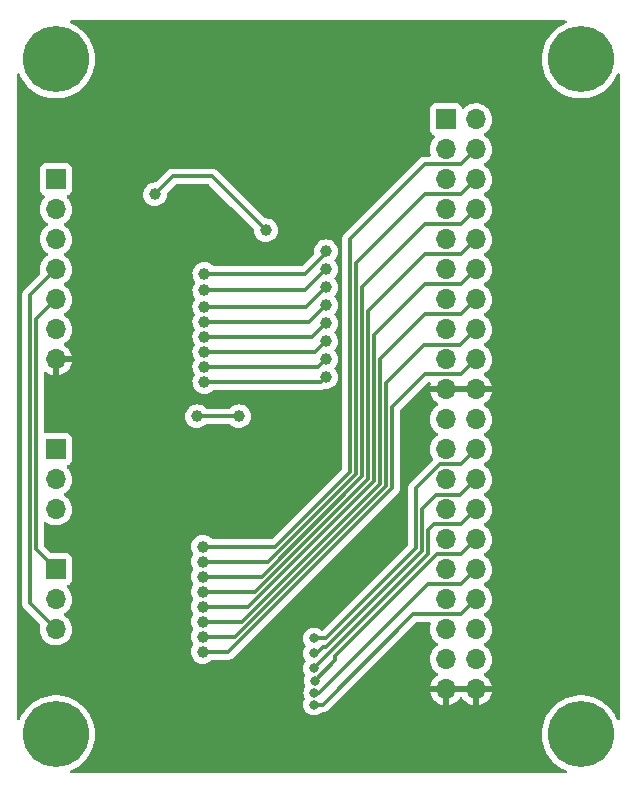
<source format=gbl>
G04 #@! TF.GenerationSoftware,KiCad,Pcbnew,6.0.5-2.fc36*
G04 #@! TF.CreationDate,2022-06-02T11:14:52-04:00*
G04 #@! TF.ProjectId,led_breakout,6c65645f-6272-4656-916b-6f75742e6b69,0*
G04 #@! TF.SameCoordinates,Original*
G04 #@! TF.FileFunction,Copper,L2,Bot*
G04 #@! TF.FilePolarity,Positive*
%FSLAX46Y46*%
G04 Gerber Fmt 4.6, Leading zero omitted, Abs format (unit mm)*
G04 Created by KiCad (PCBNEW 6.0.5-2.fc36) date 2022-06-02 11:14:52*
%MOMM*%
%LPD*%
G01*
G04 APERTURE LIST*
G04 #@! TA.AperFunction,ComponentPad*
%ADD10O,1.700000X1.700000*%
G04 #@! TD*
G04 #@! TA.AperFunction,ComponentPad*
%ADD11R,1.700000X1.700000*%
G04 #@! TD*
G04 #@! TA.AperFunction,ComponentPad*
%ADD12C,5.600000*%
G04 #@! TD*
G04 #@! TA.AperFunction,ViaPad*
%ADD13C,0.800000*%
G04 #@! TD*
G04 #@! TA.AperFunction,ViaPad*
%ADD14C,1.000000*%
G04 #@! TD*
G04 #@! TA.AperFunction,Conductor*
%ADD15C,0.300000*%
G04 #@! TD*
G04 APERTURE END LIST*
D10*
X144780000Y-83820000D03*
X142240000Y-83820000D03*
X144780000Y-81280000D03*
X142240000Y-81280000D03*
X144780000Y-78740000D03*
X142240000Y-78740000D03*
X144780000Y-76200000D03*
X142240000Y-76200000D03*
X144780000Y-73660000D03*
X142240000Y-73660000D03*
X144780000Y-71120000D03*
X142240000Y-71120000D03*
X144780000Y-68580000D03*
X142240000Y-68580000D03*
X144780000Y-66040000D03*
X142240000Y-66040000D03*
X144780000Y-63500000D03*
X142240000Y-63500000D03*
X144780000Y-60960000D03*
X142240000Y-60960000D03*
X144780000Y-58420000D03*
X142240000Y-58420000D03*
X144780000Y-55880000D03*
X142240000Y-55880000D03*
X144780000Y-53340000D03*
X142240000Y-53340000D03*
X144780000Y-50800000D03*
X142240000Y-50800000D03*
X144780000Y-48260000D03*
X142240000Y-48260000D03*
X144780000Y-45720000D03*
X142240000Y-45720000D03*
X144780000Y-43180000D03*
X142240000Y-43180000D03*
X144780000Y-40640000D03*
X142240000Y-40640000D03*
X144780000Y-38100000D03*
X142240000Y-38100000D03*
X144780000Y-35560000D03*
D11*
X142240000Y-35560000D03*
D12*
X109220001Y-87630000D03*
X153670001Y-87630000D03*
X109220000Y-30480000D03*
D11*
X109220000Y-40640000D03*
D10*
X109220000Y-43180000D03*
X109220000Y-45720000D03*
X109220000Y-48260000D03*
X109220000Y-50800000D03*
X109220000Y-53340000D03*
X109220000Y-55880000D03*
D11*
X109220000Y-63500000D03*
D10*
X109220000Y-66040000D03*
X109220000Y-68580000D03*
D11*
X109220000Y-73660000D03*
D10*
X109220000Y-76200000D03*
X109220000Y-78740000D03*
D12*
X153670000Y-30480000D03*
D13*
X131064000Y-85110989D03*
X131090362Y-84111834D03*
X131115090Y-83076608D03*
X131064000Y-82042000D03*
X131064000Y-80772000D03*
X131064000Y-79502000D03*
D14*
X132080000Y-46736000D03*
X132080000Y-48260000D03*
X132080000Y-55880000D03*
X121793000Y-48641000D03*
X121793000Y-50038000D03*
X132080000Y-49784000D03*
X132080000Y-51308000D03*
X132080000Y-52832000D03*
X132080000Y-54356000D03*
X121793000Y-56515000D03*
X132080000Y-57404000D03*
X121793000Y-52705000D03*
X121793000Y-57785000D03*
X121666000Y-75565000D03*
X121793000Y-51435000D03*
X121793000Y-53975000D03*
X121793000Y-55245000D03*
X121666000Y-73025000D03*
X121666000Y-76835000D03*
X121666000Y-78105000D03*
X121666000Y-79375000D03*
X121666000Y-71755000D03*
X121666000Y-74295000D03*
X121666000Y-80645000D03*
X122936000Y-64770000D03*
X117348000Y-66294000D03*
X133756400Y-40106600D03*
X119888000Y-41822500D03*
X122164562Y-42339938D03*
X120675400Y-36474400D03*
X132588000Y-64897000D03*
X121158000Y-60706000D03*
X124714000Y-60706000D03*
X127000000Y-44958000D03*
X117602000Y-41910000D03*
D15*
X121666000Y-80645000D02*
X123825000Y-80645000D01*
X123825000Y-80645000D02*
X137668000Y-66802000D01*
X137668000Y-66802000D02*
X137668000Y-59944000D01*
X137668000Y-59944000D02*
X140462000Y-57150000D01*
X140462000Y-57150000D02*
X143510000Y-57150000D01*
X143510000Y-57150000D02*
X144780000Y-55880000D01*
X121666000Y-79375000D02*
X124388584Y-79375000D01*
X124388584Y-79375000D02*
X137160000Y-66603584D01*
X137160000Y-66603584D02*
X137160000Y-57912000D01*
X137160000Y-57912000D02*
X140391511Y-54680489D01*
X140391511Y-54680489D02*
X143439511Y-54680489D01*
X143439511Y-54680489D02*
X144780000Y-53340000D01*
X121666000Y-78105000D02*
X124952168Y-78105000D01*
X136652000Y-66405168D02*
X136652000Y-55880000D01*
X124952168Y-78105000D02*
X136652000Y-66405168D01*
X136652000Y-55880000D02*
X140462000Y-52070000D01*
X140462000Y-52070000D02*
X143510000Y-52070000D01*
X143510000Y-52070000D02*
X144780000Y-50800000D01*
X121666000Y-76835000D02*
X125515752Y-76835000D01*
X125515752Y-76835000D02*
X136144000Y-66206752D01*
X140462000Y-49530000D02*
X143510000Y-49530000D01*
X136144000Y-66206752D02*
X136144000Y-53848000D01*
X136144000Y-53848000D02*
X140462000Y-49530000D01*
X143510000Y-49530000D02*
X144780000Y-48260000D01*
X126079336Y-75565000D02*
X135636000Y-66008336D01*
X135636000Y-66008336D02*
X135636000Y-51816000D01*
X121666000Y-75565000D02*
X126079336Y-75565000D01*
X135636000Y-51816000D02*
X140462000Y-46990000D01*
X140462000Y-46990000D02*
X143510000Y-46990000D01*
X143510000Y-46990000D02*
X144780000Y-45720000D01*
X121666000Y-74295000D02*
X126642920Y-74295000D01*
X126642920Y-74295000D02*
X135136489Y-65801431D01*
X135136489Y-65801431D02*
X135136489Y-58092855D01*
X135136489Y-58092855D02*
X135128000Y-58084366D01*
X135128000Y-58084366D02*
X135128000Y-49784000D01*
X135128000Y-49784000D02*
X140462000Y-44450000D01*
X140462000Y-44450000D02*
X143510000Y-44450000D01*
X143510000Y-44450000D02*
X144780000Y-43180000D01*
X121666000Y-71755000D02*
X127770088Y-71755000D01*
X143510000Y-39370000D02*
X144780000Y-38100000D01*
X127770088Y-71755000D02*
X134112000Y-65413088D01*
X140462000Y-39370000D02*
X143510000Y-39370000D01*
X134112000Y-65413088D02*
X134112000Y-45720000D01*
X134112000Y-45720000D02*
X140462000Y-39370000D01*
X140462000Y-41910000D02*
X143510000Y-41910000D01*
X143510000Y-41910000D02*
X144780000Y-40640000D01*
X121666000Y-73025000D02*
X127206504Y-73025000D01*
X134620000Y-65611504D02*
X134620000Y-47752000D01*
X134620000Y-47752000D02*
X140462000Y-41910000D01*
X127206504Y-73025000D02*
X134620000Y-65611504D01*
X144780000Y-73660000D02*
X143510000Y-74930000D01*
X143510000Y-77470000D02*
X139446000Y-77470000D01*
X139446000Y-77470000D02*
X131805011Y-85110989D01*
X144780000Y-76200000D02*
X143510000Y-77470000D01*
X131534166Y-84111834D02*
X131090362Y-84111834D01*
X132842000Y-81349698D02*
X131115090Y-83076608D01*
X131805011Y-85110989D02*
X131064000Y-85110989D01*
X143510000Y-72390000D02*
X141478000Y-72390000D01*
X143510000Y-74930000D02*
X140716000Y-74930000D01*
X141478000Y-72390000D02*
X132842000Y-81026000D01*
X144780000Y-71120000D02*
X143510000Y-72390000D01*
X132842000Y-81026000D02*
X132842000Y-81349698D01*
X140716000Y-74930000D02*
X131534166Y-84111834D01*
X131064000Y-79502000D02*
X132080000Y-79502000D01*
X141732000Y-64770000D02*
X143510000Y-64770000D01*
X132080000Y-79502000D02*
X139700000Y-71882000D01*
X139700000Y-71882000D02*
X139700000Y-66802000D01*
X139700000Y-66802000D02*
X141732000Y-64770000D01*
X143510000Y-64770000D02*
X144780000Y-63500000D01*
X131064000Y-80772000D02*
X131318000Y-80772000D01*
X131318000Y-80772000D02*
X131834489Y-80255511D01*
X131834489Y-80255511D02*
X132088489Y-80255511D01*
X141407511Y-67380489D02*
X143439511Y-67380489D01*
X132088489Y-80255511D02*
X140208000Y-72136000D01*
X140208000Y-72136000D02*
X140208000Y-68580000D01*
X140208000Y-68580000D02*
X141407511Y-67380489D01*
X143439511Y-67380489D02*
X144780000Y-66040000D01*
X131064000Y-82042000D02*
X140716000Y-72390000D01*
X140716000Y-72390000D02*
X140716000Y-70358000D01*
X140716000Y-70358000D02*
X141224000Y-69850000D01*
X141224000Y-69850000D02*
X143510000Y-69850000D01*
X143510000Y-69850000D02*
X144780000Y-68580000D01*
X121793000Y-57785000D02*
X131699000Y-57785000D01*
X131699000Y-57785000D02*
X132080000Y-57404000D01*
X131445000Y-56515000D02*
X132080000Y-55880000D01*
X121793000Y-56515000D02*
X131445000Y-56515000D01*
X121793000Y-55245000D02*
X131191000Y-55245000D01*
X131191000Y-55245000D02*
X132080000Y-54356000D01*
X130937000Y-53975000D02*
X132080000Y-52832000D01*
X121793000Y-53975000D02*
X130937000Y-53975000D01*
X130683000Y-52705000D02*
X132080000Y-51308000D01*
X121793000Y-52705000D02*
X130683000Y-52705000D01*
X130302000Y-50038000D02*
X132080000Y-48260000D01*
X121793000Y-50038000D02*
X130302000Y-50038000D01*
X130429000Y-51435000D02*
X132080000Y-49784000D01*
X121793000Y-51435000D02*
X130429000Y-51435000D01*
X130302000Y-48641000D02*
X132080000Y-46863000D01*
X121793000Y-48641000D02*
X130302000Y-48641000D01*
X132080000Y-46863000D02*
X132080000Y-46736000D01*
X107018689Y-50461311D02*
X109220000Y-48260000D01*
X107018689Y-76538689D02*
X107018689Y-50461311D01*
X109220000Y-78740000D02*
X107018689Y-76538689D01*
X121158000Y-60706000D02*
X124714000Y-60706000D01*
X119126000Y-40386000D02*
X122428000Y-40386000D01*
X117602000Y-41910000D02*
X119126000Y-40386000D01*
X122428000Y-40386000D02*
X127000000Y-44958000D01*
X107518200Y-71958200D02*
X107518200Y-52501800D01*
X109220000Y-73660000D02*
X107518200Y-71958200D01*
X107518200Y-52501800D02*
X109220000Y-50800000D01*
G04 #@! TA.AperFunction,Conductor*
G36*
X152354885Y-27178501D02*
G01*
X152423006Y-27198503D01*
X152469499Y-27252159D01*
X152479603Y-27322433D01*
X152450109Y-27387013D01*
X152407536Y-27418973D01*
X152124694Y-27549066D01*
X151817193Y-27733101D01*
X151814467Y-27735163D01*
X151814465Y-27735164D01*
X151808620Y-27739585D01*
X151531367Y-27949270D01*
X151270559Y-28195043D01*
X151037819Y-28467546D01*
X151035900Y-28470358D01*
X151035897Y-28470363D01*
X150942624Y-28607097D01*
X150835871Y-28763591D01*
X150667077Y-29079714D01*
X150533411Y-29412218D01*
X150532491Y-29415492D01*
X150532489Y-29415497D01*
X150530332Y-29423173D01*
X150436437Y-29757213D01*
X150377290Y-30110663D01*
X150356661Y-30468434D01*
X150374792Y-30826340D01*
X150375329Y-30829695D01*
X150375330Y-30829701D01*
X150380316Y-30860828D01*
X150431470Y-31180195D01*
X150526033Y-31525859D01*
X150657374Y-31859288D01*
X150823957Y-32176582D01*
X150825858Y-32179411D01*
X150825864Y-32179421D01*
X151009569Y-32452800D01*
X151023834Y-32474029D01*
X151254665Y-32748150D01*
X151513751Y-32995738D01*
X151798061Y-33213897D01*
X151830056Y-33233350D01*
X152101355Y-33398303D01*
X152101360Y-33398306D01*
X152104270Y-33400075D01*
X152107358Y-33401521D01*
X152107357Y-33401521D01*
X152425710Y-33550649D01*
X152425720Y-33550653D01*
X152428794Y-33552093D01*
X152432012Y-33553195D01*
X152432015Y-33553196D01*
X152764615Y-33667071D01*
X152764623Y-33667073D01*
X152767838Y-33668174D01*
X153117435Y-33746959D01*
X153169728Y-33752917D01*
X153470114Y-33787142D01*
X153470122Y-33787142D01*
X153473497Y-33787527D01*
X153476901Y-33787545D01*
X153476904Y-33787545D01*
X153671227Y-33788562D01*
X153831857Y-33789403D01*
X153835243Y-33789053D01*
X153835245Y-33789053D01*
X154184932Y-33752917D01*
X154184941Y-33752916D01*
X154188324Y-33752566D01*
X154191657Y-33751852D01*
X154191660Y-33751851D01*
X154364186Y-33714864D01*
X154538727Y-33677446D01*
X154878968Y-33564922D01*
X155205066Y-33416311D01*
X155299052Y-33360506D01*
X155510262Y-33235099D01*
X155510267Y-33235096D01*
X155513207Y-33233350D01*
X155799786Y-33018180D01*
X156061451Y-32773319D01*
X156295140Y-32501630D01*
X156401750Y-32346512D01*
X156496190Y-32209101D01*
X156496195Y-32209094D01*
X156498120Y-32206292D01*
X156499732Y-32203298D01*
X156499737Y-32203290D01*
X156666395Y-31893772D01*
X156668017Y-31890760D01*
X156728757Y-31741175D01*
X156772918Y-31685584D01*
X156840124Y-31662694D01*
X156909036Y-31679771D01*
X156957776Y-31731394D01*
X156971500Y-31788579D01*
X156971499Y-45424535D01*
X156971498Y-86320852D01*
X156951496Y-86388973D01*
X156897840Y-86435466D01*
X156827566Y-86445570D01*
X156762986Y-86416076D01*
X156728427Y-86367440D01*
X156679053Y-86243369D01*
X156677794Y-86240205D01*
X156560931Y-86019489D01*
X156511703Y-85926513D01*
X156511699Y-85926506D01*
X156510104Y-85923494D01*
X156309191Y-85626746D01*
X156297758Y-85613264D01*
X156181570Y-85476260D01*
X156077404Y-85353432D01*
X155817455Y-85106750D01*
X155532385Y-84889585D01*
X155529473Y-84887828D01*
X155529468Y-84887825D01*
X155228444Y-84706236D01*
X155228438Y-84706233D01*
X155225529Y-84704478D01*
X154900476Y-84553593D01*
X154709977Y-84489113D01*
X154564256Y-84439789D01*
X154564251Y-84439788D01*
X154561029Y-84438697D01*
X154362682Y-84394724D01*
X154214494Y-84361871D01*
X154214488Y-84361870D01*
X154211159Y-84361132D01*
X154207770Y-84360758D01*
X154207765Y-84360757D01*
X153858339Y-84322180D01*
X153858334Y-84322180D01*
X153854958Y-84321807D01*
X153851559Y-84321801D01*
X153851558Y-84321801D01*
X153682081Y-84321505D01*
X153496593Y-84321182D01*
X153383414Y-84333277D01*
X153143640Y-84358901D01*
X153143632Y-84358902D01*
X153140257Y-84359263D01*
X152790118Y-84435606D01*
X152450272Y-84549317D01*
X152447179Y-84550739D01*
X152447178Y-84550740D01*
X152265091Y-84634491D01*
X152124695Y-84699066D01*
X151817194Y-84883101D01*
X151814468Y-84885163D01*
X151814466Y-84885164D01*
X151543373Y-85090191D01*
X151531368Y-85099270D01*
X151528883Y-85101612D01*
X151528878Y-85101616D01*
X151476057Y-85151392D01*
X151270560Y-85345043D01*
X151037820Y-85617546D01*
X151035901Y-85620358D01*
X151035898Y-85620363D01*
X150946815Y-85750954D01*
X150835872Y-85913591D01*
X150667078Y-86229714D01*
X150533412Y-86562218D01*
X150532492Y-86565492D01*
X150532490Y-86565497D01*
X150530333Y-86573173D01*
X150436438Y-86907213D01*
X150377291Y-87260663D01*
X150356662Y-87618434D01*
X150374793Y-87976340D01*
X150375330Y-87979695D01*
X150375331Y-87979701D01*
X150414583Y-88224757D01*
X150431471Y-88330195D01*
X150526034Y-88675859D01*
X150657375Y-89009288D01*
X150688152Y-89067909D01*
X150753138Y-89191689D01*
X150823958Y-89326582D01*
X150825859Y-89329411D01*
X150825865Y-89329421D01*
X150978776Y-89556974D01*
X151023835Y-89624029D01*
X151254666Y-89898150D01*
X151513752Y-90145738D01*
X151798062Y-90363897D01*
X151830057Y-90383350D01*
X152101356Y-90548303D01*
X152101361Y-90548306D01*
X152104271Y-90550075D01*
X152107359Y-90551521D01*
X152107358Y-90551521D01*
X152405966Y-90691399D01*
X152459169Y-90738409D01*
X152478511Y-90806720D01*
X152457851Y-90874644D01*
X152403748Y-90920616D01*
X152352517Y-90931501D01*
X131517530Y-90931500D01*
X110534057Y-90931498D01*
X110465936Y-90911496D01*
X110419443Y-90857840D01*
X110409339Y-90787566D01*
X110438833Y-90722986D01*
X110481806Y-90690843D01*
X110751955Y-90567729D01*
X110755067Y-90566311D01*
X110849053Y-90510506D01*
X111060263Y-90385099D01*
X111060268Y-90385096D01*
X111063208Y-90383350D01*
X111349787Y-90168180D01*
X111611452Y-89923319D01*
X111845141Y-89651630D01*
X111951751Y-89496512D01*
X112046191Y-89359101D01*
X112046196Y-89359094D01*
X112048121Y-89356292D01*
X112049733Y-89353298D01*
X112049738Y-89353290D01*
X112216396Y-89043772D01*
X112218018Y-89040760D01*
X112352843Y-88708724D01*
X112363143Y-88672568D01*
X112383528Y-88601006D01*
X112451021Y-88364070D01*
X112511402Y-88010828D01*
X112513512Y-87976340D01*
X112533169Y-87654928D01*
X112533279Y-87653131D01*
X112533360Y-87630000D01*
X112513980Y-87272159D01*
X112456067Y-86918505D01*
X112360298Y-86573173D01*
X112357244Y-86565497D01*
X112229053Y-86243369D01*
X112227794Y-86240205D01*
X112110931Y-86019489D01*
X112061703Y-85926513D01*
X112061699Y-85926506D01*
X112060104Y-85923494D01*
X111859191Y-85626746D01*
X111847758Y-85613264D01*
X111731570Y-85476260D01*
X111627404Y-85353432D01*
X111371922Y-85110989D01*
X130150496Y-85110989D01*
X130170458Y-85300917D01*
X130229473Y-85482545D01*
X130324960Y-85647933D01*
X130329378Y-85652840D01*
X130329379Y-85652841D01*
X130448325Y-85784944D01*
X130452747Y-85789855D01*
X130607248Y-85902107D01*
X130613276Y-85904791D01*
X130613278Y-85904792D01*
X130775681Y-85977098D01*
X130781712Y-85979783D01*
X130875112Y-85999636D01*
X130962056Y-86018117D01*
X130962061Y-86018117D01*
X130968513Y-86019489D01*
X131159487Y-86019489D01*
X131165939Y-86018117D01*
X131165944Y-86018117D01*
X131252888Y-85999636D01*
X131346288Y-85979783D01*
X131352319Y-85977098D01*
X131514722Y-85904792D01*
X131514724Y-85904791D01*
X131520752Y-85902107D01*
X131667714Y-85795332D01*
X131734583Y-85771473D01*
X131741787Y-85771607D01*
X131742548Y-85771777D01*
X131745667Y-85771679D01*
X131813380Y-85769551D01*
X131817338Y-85769489D01*
X131846443Y-85769489D01*
X131850843Y-85768933D01*
X131862675Y-85768001D01*
X131908842Y-85766551D01*
X131929432Y-85760569D01*
X131948793Y-85756559D01*
X131955781Y-85755677D01*
X131962215Y-85754864D01*
X131962216Y-85754864D01*
X131970075Y-85753871D01*
X131977440Y-85750955D01*
X131977444Y-85750954D01*
X132013032Y-85736863D01*
X132024242Y-85733024D01*
X132068611Y-85720134D01*
X132087076Y-85709214D01*
X132104816Y-85700523D01*
X132124767Y-85692624D01*
X132162140Y-85665471D01*
X132172059Y-85658956D01*
X132204988Y-85639482D01*
X132204992Y-85639479D01*
X132211818Y-85635442D01*
X132226982Y-85620278D01*
X132242016Y-85607437D01*
X132252954Y-85599490D01*
X132259368Y-85594830D01*
X132288814Y-85559236D01*
X132296803Y-85550457D01*
X133759294Y-84087966D01*
X140908257Y-84087966D01*
X140938565Y-84222446D01*
X140941645Y-84232275D01*
X141021770Y-84429603D01*
X141026413Y-84438794D01*
X141137694Y-84620388D01*
X141143777Y-84628699D01*
X141283213Y-84789667D01*
X141290580Y-84796883D01*
X141454434Y-84932916D01*
X141462881Y-84938831D01*
X141646756Y-85046279D01*
X141656042Y-85050729D01*
X141855001Y-85126703D01*
X141864899Y-85129579D01*
X141968250Y-85150606D01*
X141982299Y-85149410D01*
X141986000Y-85139065D01*
X141986000Y-85138517D01*
X142494000Y-85138517D01*
X142498064Y-85152359D01*
X142511478Y-85154393D01*
X142518184Y-85153534D01*
X142528262Y-85151392D01*
X142732255Y-85090191D01*
X142741842Y-85086433D01*
X142933095Y-84992739D01*
X142941945Y-84987464D01*
X143115328Y-84863792D01*
X143123200Y-84857139D01*
X143274052Y-84706812D01*
X143280730Y-84698965D01*
X143408022Y-84521819D01*
X143409147Y-84522627D01*
X143456669Y-84478876D01*
X143526607Y-84466661D01*
X143592046Y-84494197D01*
X143619870Y-84526028D01*
X143677690Y-84620383D01*
X143683777Y-84628699D01*
X143823213Y-84789667D01*
X143830580Y-84796883D01*
X143994434Y-84932916D01*
X144002881Y-84938831D01*
X144186756Y-85046279D01*
X144196042Y-85050729D01*
X144395001Y-85126703D01*
X144404899Y-85129579D01*
X144508250Y-85150606D01*
X144522299Y-85149410D01*
X144526000Y-85139065D01*
X144526000Y-85138517D01*
X145034000Y-85138517D01*
X145038064Y-85152359D01*
X145051478Y-85154393D01*
X145058184Y-85153534D01*
X145068262Y-85151392D01*
X145272255Y-85090191D01*
X145281842Y-85086433D01*
X145473095Y-84992739D01*
X145481945Y-84987464D01*
X145655328Y-84863792D01*
X145663200Y-84857139D01*
X145814052Y-84706812D01*
X145820730Y-84698965D01*
X145945003Y-84526020D01*
X145950313Y-84517183D01*
X146044670Y-84326267D01*
X146048469Y-84316672D01*
X146110377Y-84112910D01*
X146112555Y-84102837D01*
X146113986Y-84091962D01*
X146111775Y-84077778D01*
X146098617Y-84074000D01*
X145052115Y-84074000D01*
X145036876Y-84078475D01*
X145035671Y-84079865D01*
X145034000Y-84087548D01*
X145034000Y-85138517D01*
X144526000Y-85138517D01*
X144526000Y-84092115D01*
X144521525Y-84076876D01*
X144520135Y-84075671D01*
X144512452Y-84074000D01*
X142512115Y-84074000D01*
X142496876Y-84078475D01*
X142495671Y-84079865D01*
X142494000Y-84087548D01*
X142494000Y-85138517D01*
X141986000Y-85138517D01*
X141986000Y-84092115D01*
X141981525Y-84076876D01*
X141980135Y-84075671D01*
X141972452Y-84074000D01*
X140923225Y-84074000D01*
X140909694Y-84077973D01*
X140908257Y-84087966D01*
X133759294Y-84087966D01*
X135988625Y-81858635D01*
X139681854Y-78165405D01*
X139744166Y-78131379D01*
X139770949Y-78128500D01*
X140834039Y-78128500D01*
X140902160Y-78148502D01*
X140948653Y-78202158D01*
X140958757Y-78272432D01*
X140955458Y-78288164D01*
X140900989Y-78484570D01*
X140877251Y-78706695D01*
X140877548Y-78711848D01*
X140877548Y-78711851D01*
X140883011Y-78806590D01*
X140890110Y-78929715D01*
X140891247Y-78934761D01*
X140891248Y-78934767D01*
X140911119Y-79022939D01*
X140939222Y-79147639D01*
X141023266Y-79354616D01*
X141074019Y-79437438D01*
X141137291Y-79540688D01*
X141139987Y-79545088D01*
X141286250Y-79713938D01*
X141458126Y-79856632D01*
X141476333Y-79867271D01*
X141531445Y-79899476D01*
X141580169Y-79951114D01*
X141593240Y-80020897D01*
X141566509Y-80086669D01*
X141526055Y-80120027D01*
X141513607Y-80126507D01*
X141509474Y-80129610D01*
X141509471Y-80129612D01*
X141339100Y-80257530D01*
X141334965Y-80260635D01*
X141180629Y-80422138D01*
X141177720Y-80426403D01*
X141177714Y-80426411D01*
X141168154Y-80440425D01*
X141054743Y-80606680D01*
X141039003Y-80640590D01*
X140981052Y-80765435D01*
X140960688Y-80809305D01*
X140900989Y-81024570D01*
X140877251Y-81246695D01*
X140877548Y-81251848D01*
X140877548Y-81251851D01*
X140889812Y-81464547D01*
X140890110Y-81469715D01*
X140891247Y-81474761D01*
X140891248Y-81474767D01*
X140899363Y-81510774D01*
X140939222Y-81687639D01*
X141023266Y-81894616D01*
X141074019Y-81977438D01*
X141137291Y-82080688D01*
X141139987Y-82085088D01*
X141286250Y-82253938D01*
X141458126Y-82396632D01*
X141476333Y-82407271D01*
X141531955Y-82439774D01*
X141580679Y-82491412D01*
X141593750Y-82561195D01*
X141567019Y-82626967D01*
X141526562Y-82660327D01*
X141518457Y-82664546D01*
X141509738Y-82670036D01*
X141339433Y-82797905D01*
X141331726Y-82804748D01*
X141184590Y-82958717D01*
X141178104Y-82966727D01*
X141058098Y-83142649D01*
X141053000Y-83151623D01*
X140963338Y-83344783D01*
X140959775Y-83354470D01*
X140904389Y-83554183D01*
X140905912Y-83562607D01*
X140918292Y-83566000D01*
X146098344Y-83566000D01*
X146111875Y-83562027D01*
X146113180Y-83552947D01*
X146071214Y-83385875D01*
X146067894Y-83376124D01*
X145982972Y-83180814D01*
X145978105Y-83171739D01*
X145862426Y-82992926D01*
X145856136Y-82984757D01*
X145712806Y-82827240D01*
X145705273Y-82820215D01*
X145538139Y-82688222D01*
X145529556Y-82682520D01*
X145492602Y-82662120D01*
X145442631Y-82611687D01*
X145427859Y-82542245D01*
X145452975Y-82475839D01*
X145480327Y-82449232D01*
X145539154Y-82407271D01*
X145659860Y-82321173D01*
X145818096Y-82163489D01*
X145877594Y-82080689D01*
X145945435Y-81986277D01*
X145948453Y-81982077D01*
X145969320Y-81939857D01*
X146045136Y-81786453D01*
X146045137Y-81786451D01*
X146047430Y-81781811D01*
X146112370Y-81568069D01*
X146141529Y-81346590D01*
X146142449Y-81308944D01*
X146143074Y-81283365D01*
X146143074Y-81283361D01*
X146143156Y-81280000D01*
X146124852Y-81057361D01*
X146070431Y-80840702D01*
X145981354Y-80635840D01*
X145860014Y-80448277D01*
X145709670Y-80283051D01*
X145705619Y-80279852D01*
X145705615Y-80279848D01*
X145538414Y-80147800D01*
X145538410Y-80147798D01*
X145534359Y-80144598D01*
X145493053Y-80121796D01*
X145443084Y-80071364D01*
X145428312Y-80001921D01*
X145453428Y-79935516D01*
X145480780Y-79908909D01*
X145539154Y-79867271D01*
X145659860Y-79781173D01*
X145818096Y-79623489D01*
X145877594Y-79540689D01*
X145945435Y-79446277D01*
X145948453Y-79442077D01*
X145969320Y-79399857D01*
X146045136Y-79246453D01*
X146045137Y-79246451D01*
X146047430Y-79241811D01*
X146112370Y-79028069D01*
X146141529Y-78806590D01*
X146143156Y-78740000D01*
X146124852Y-78517361D01*
X146070431Y-78300702D01*
X145981354Y-78095840D01*
X145860014Y-77908277D01*
X145709670Y-77743051D01*
X145705619Y-77739852D01*
X145705615Y-77739848D01*
X145538414Y-77607800D01*
X145538410Y-77607798D01*
X145534359Y-77604598D01*
X145493053Y-77581796D01*
X145443084Y-77531364D01*
X145428312Y-77461921D01*
X145453428Y-77395516D01*
X145480780Y-77368909D01*
X145524603Y-77337650D01*
X145659860Y-77241173D01*
X145818096Y-77083489D01*
X145948453Y-76902077D01*
X145984431Y-76829282D01*
X146045136Y-76706453D01*
X146045137Y-76706451D01*
X146047430Y-76701811D01*
X146081275Y-76590416D01*
X146110865Y-76493023D01*
X146110865Y-76493021D01*
X146112370Y-76488069D01*
X146141529Y-76266590D01*
X146143156Y-76200000D01*
X146124852Y-75977361D01*
X146070431Y-75760702D01*
X145981354Y-75555840D01*
X145860014Y-75368277D01*
X145709670Y-75203051D01*
X145705619Y-75199852D01*
X145705615Y-75199848D01*
X145538414Y-75067800D01*
X145538410Y-75067798D01*
X145534359Y-75064598D01*
X145493053Y-75041796D01*
X145443084Y-74991364D01*
X145428312Y-74921921D01*
X145453428Y-74855516D01*
X145480780Y-74828909D01*
X145571932Y-74763891D01*
X145659860Y-74701173D01*
X145818096Y-74543489D01*
X145948453Y-74362077D01*
X145991625Y-74274726D01*
X146045136Y-74166453D01*
X146045137Y-74166451D01*
X146047430Y-74161811D01*
X146112370Y-73948069D01*
X146141529Y-73726590D01*
X146143156Y-73660000D01*
X146124852Y-73437361D01*
X146070431Y-73220702D01*
X145981354Y-73015840D01*
X145860014Y-72828277D01*
X145709670Y-72663051D01*
X145705619Y-72659852D01*
X145705615Y-72659848D01*
X145538414Y-72527800D01*
X145538410Y-72527798D01*
X145534359Y-72524598D01*
X145493053Y-72501796D01*
X145443084Y-72451364D01*
X145428312Y-72381921D01*
X145453428Y-72315516D01*
X145480780Y-72288909D01*
X145524603Y-72257650D01*
X145659860Y-72161173D01*
X145818096Y-72003489D01*
X145948453Y-71822077D01*
X145991625Y-71734726D01*
X146045136Y-71626453D01*
X146045137Y-71626451D01*
X146047430Y-71621811D01*
X146112370Y-71408069D01*
X146141529Y-71186590D01*
X146143156Y-71120000D01*
X146124852Y-70897361D01*
X146070431Y-70680702D01*
X145981354Y-70475840D01*
X145860014Y-70288277D01*
X145709670Y-70123051D01*
X145705619Y-70119852D01*
X145705615Y-70119848D01*
X145538414Y-69987800D01*
X145538410Y-69987798D01*
X145534359Y-69984598D01*
X145493053Y-69961796D01*
X145443084Y-69911364D01*
X145428312Y-69841921D01*
X145453428Y-69775516D01*
X145480780Y-69748909D01*
X145524603Y-69717650D01*
X145659860Y-69621173D01*
X145818096Y-69463489D01*
X145948453Y-69282077D01*
X145981090Y-69216042D01*
X146045136Y-69086453D01*
X146045137Y-69086451D01*
X146047430Y-69081811D01*
X146112370Y-68868069D01*
X146141529Y-68646590D01*
X146143156Y-68580000D01*
X146124852Y-68357361D01*
X146070431Y-68140702D01*
X145981354Y-67935840D01*
X145860014Y-67748277D01*
X145709670Y-67583051D01*
X145705619Y-67579852D01*
X145705615Y-67579848D01*
X145538414Y-67447800D01*
X145538410Y-67447798D01*
X145534359Y-67444598D01*
X145493053Y-67421796D01*
X145443084Y-67371364D01*
X145428312Y-67301921D01*
X145453428Y-67235516D01*
X145480780Y-67208909D01*
X145542825Y-67164653D01*
X145659860Y-67081173D01*
X145666296Y-67074760D01*
X145799970Y-66941552D01*
X145818096Y-66923489D01*
X145832994Y-66902757D01*
X145945435Y-66746277D01*
X145948453Y-66742077D01*
X145956033Y-66726741D01*
X146045136Y-66546453D01*
X146045137Y-66546451D01*
X146047430Y-66541811D01*
X146107196Y-66345099D01*
X146110865Y-66333023D01*
X146110865Y-66333021D01*
X146112370Y-66328069D01*
X146141529Y-66106590D01*
X146143156Y-66040000D01*
X146124852Y-65817361D01*
X146070431Y-65600702D01*
X145981354Y-65395840D01*
X145860014Y-65208277D01*
X145709670Y-65043051D01*
X145705619Y-65039852D01*
X145705615Y-65039848D01*
X145538414Y-64907800D01*
X145538410Y-64907798D01*
X145534359Y-64904598D01*
X145493053Y-64881796D01*
X145443084Y-64831364D01*
X145428312Y-64761921D01*
X145453428Y-64695516D01*
X145480780Y-64668909D01*
X145571932Y-64603891D01*
X145659860Y-64541173D01*
X145818096Y-64383489D01*
X145830055Y-64366847D01*
X145945435Y-64206277D01*
X145948453Y-64202077D01*
X146047430Y-64001811D01*
X146112370Y-63788069D01*
X146141529Y-63566590D01*
X146143156Y-63500000D01*
X146124852Y-63277361D01*
X146070431Y-63060702D01*
X145981354Y-62855840D01*
X145860014Y-62668277D01*
X145709670Y-62503051D01*
X145705619Y-62499852D01*
X145705615Y-62499848D01*
X145538414Y-62367800D01*
X145538410Y-62367798D01*
X145534359Y-62364598D01*
X145493053Y-62341796D01*
X145443084Y-62291364D01*
X145428312Y-62221921D01*
X145453428Y-62155516D01*
X145480780Y-62128909D01*
X145547583Y-62081259D01*
X145659860Y-62001173D01*
X145818096Y-61843489D01*
X145877594Y-61760689D01*
X145945435Y-61666277D01*
X145948453Y-61662077D01*
X145953208Y-61652457D01*
X146045136Y-61466453D01*
X146045137Y-61466451D01*
X146047430Y-61461811D01*
X146112370Y-61248069D01*
X146141529Y-61026590D01*
X146143156Y-60960000D01*
X146124852Y-60737361D01*
X146070431Y-60520702D01*
X145981354Y-60315840D01*
X145906950Y-60200829D01*
X145862822Y-60132617D01*
X145862820Y-60132614D01*
X145860014Y-60128277D01*
X145709670Y-59963051D01*
X145705619Y-59959852D01*
X145705615Y-59959848D01*
X145538414Y-59827800D01*
X145538410Y-59827798D01*
X145534359Y-59824598D01*
X145492569Y-59801529D01*
X145442598Y-59751097D01*
X145427826Y-59681654D01*
X145452942Y-59615248D01*
X145480294Y-59588641D01*
X145655328Y-59463792D01*
X145663200Y-59457139D01*
X145814052Y-59306812D01*
X145820730Y-59298965D01*
X145945003Y-59126020D01*
X145950313Y-59117183D01*
X146044670Y-58926267D01*
X146048469Y-58916672D01*
X146110377Y-58712910D01*
X146112555Y-58702837D01*
X146113986Y-58691962D01*
X146111775Y-58677778D01*
X146098617Y-58674000D01*
X140923225Y-58674000D01*
X140909694Y-58677973D01*
X140908257Y-58687966D01*
X140938565Y-58822446D01*
X140941645Y-58832275D01*
X141021770Y-59029603D01*
X141026413Y-59038794D01*
X141137694Y-59220388D01*
X141143777Y-59228699D01*
X141283213Y-59389667D01*
X141290580Y-59396883D01*
X141454434Y-59532916D01*
X141462881Y-59538831D01*
X141531969Y-59579203D01*
X141580693Y-59630842D01*
X141593764Y-59700625D01*
X141567033Y-59766396D01*
X141526584Y-59799752D01*
X141513607Y-59806507D01*
X141509474Y-59809610D01*
X141509471Y-59809612D01*
X141339100Y-59937530D01*
X141334965Y-59940635D01*
X141180629Y-60102138D01*
X141177720Y-60106403D01*
X141177714Y-60106411D01*
X141159838Y-60132617D01*
X141054743Y-60286680D01*
X140960688Y-60489305D01*
X140900989Y-60704570D01*
X140877251Y-60926695D01*
X140877548Y-60931848D01*
X140877548Y-60931851D01*
X140886352Y-61084535D01*
X140890110Y-61149715D01*
X140891247Y-61154761D01*
X140891248Y-61154767D01*
X140911119Y-61242939D01*
X140939222Y-61367639D01*
X140977461Y-61461811D01*
X141016450Y-61557829D01*
X141023266Y-61574616D01*
X141061206Y-61636528D01*
X141137291Y-61760688D01*
X141139987Y-61765088D01*
X141286250Y-61933938D01*
X141458126Y-62076632D01*
X141528595Y-62117811D01*
X141531445Y-62119476D01*
X141580169Y-62171114D01*
X141593240Y-62240897D01*
X141566509Y-62306669D01*
X141526055Y-62340027D01*
X141513607Y-62346507D01*
X141509474Y-62349610D01*
X141509471Y-62349612D01*
X141339100Y-62477530D01*
X141334965Y-62480635D01*
X141180629Y-62642138D01*
X141054743Y-62826680D01*
X140960688Y-63029305D01*
X140900989Y-63244570D01*
X140877251Y-63466695D01*
X140877548Y-63471848D01*
X140877548Y-63471851D01*
X140883011Y-63566590D01*
X140890110Y-63689715D01*
X140891247Y-63694761D01*
X140891248Y-63694767D01*
X140911119Y-63782939D01*
X140939222Y-63907639D01*
X141023266Y-64114616D01*
X141025965Y-64119020D01*
X141135835Y-64298313D01*
X141154373Y-64366847D01*
X141132916Y-64434524D01*
X141117497Y-64453243D01*
X139292395Y-66278345D01*
X139283615Y-66286335D01*
X139283613Y-66286337D01*
X139276920Y-66290584D01*
X139271494Y-66296362D01*
X139271493Y-66296363D01*
X139228396Y-66342257D01*
X139225641Y-66345099D01*
X139205073Y-66365667D01*
X139202356Y-66369170D01*
X139194648Y-66378195D01*
X139163028Y-66411867D01*
X139159207Y-66418818D01*
X139159206Y-66418819D01*
X139152697Y-66430658D01*
X139141843Y-66447182D01*
X139134018Y-66457271D01*
X139128696Y-66464132D01*
X139125549Y-66471404D01*
X139125548Y-66471406D01*
X139110346Y-66506535D01*
X139105124Y-66517195D01*
X139082876Y-66557663D01*
X139077541Y-66578441D01*
X139071142Y-66597131D01*
X139062620Y-66616824D01*
X139055937Y-66659018D01*
X139055394Y-66662448D01*
X139052987Y-66674071D01*
X139045798Y-66702072D01*
X139041500Y-66718812D01*
X139041500Y-66740259D01*
X139039949Y-66759969D01*
X139036594Y-66781152D01*
X139040536Y-66822849D01*
X139040941Y-66827138D01*
X139041500Y-66838996D01*
X139041500Y-71557051D01*
X139021498Y-71625172D01*
X139004595Y-71646146D01*
X131844145Y-78806595D01*
X131781833Y-78840621D01*
X131755050Y-78843500D01*
X131744224Y-78843500D01*
X131676103Y-78823498D01*
X131670163Y-78819436D01*
X131669909Y-78819251D01*
X131565461Y-78743365D01*
X131526094Y-78714763D01*
X131526093Y-78714762D01*
X131520752Y-78710882D01*
X131514724Y-78708198D01*
X131514722Y-78708197D01*
X131352319Y-78635891D01*
X131352318Y-78635891D01*
X131346288Y-78633206D01*
X131252887Y-78613353D01*
X131165944Y-78594872D01*
X131165939Y-78594872D01*
X131159487Y-78593500D01*
X130968513Y-78593500D01*
X130962061Y-78594872D01*
X130962056Y-78594872D01*
X130875113Y-78613353D01*
X130781712Y-78633206D01*
X130775682Y-78635891D01*
X130775681Y-78635891D01*
X130613278Y-78708197D01*
X130613276Y-78708198D01*
X130607248Y-78710882D01*
X130452747Y-78823134D01*
X130324960Y-78965056D01*
X130229473Y-79130444D01*
X130170458Y-79312072D01*
X130169768Y-79318633D01*
X130169768Y-79318635D01*
X130159625Y-79415144D01*
X130150496Y-79502000D01*
X130170458Y-79691928D01*
X130229473Y-79873556D01*
X130232776Y-79879278D01*
X130232777Y-79879279D01*
X130261361Y-79928787D01*
X130324960Y-80038944D01*
X130337338Y-80052691D01*
X130368054Y-80116697D01*
X130359290Y-80187150D01*
X130337339Y-80221307D01*
X130324960Y-80235056D01*
X130229473Y-80400444D01*
X130170458Y-80582072D01*
X130169768Y-80588633D01*
X130169768Y-80588635D01*
X130151186Y-80765435D01*
X130150496Y-80772000D01*
X130151186Y-80778565D01*
X130154942Y-80814297D01*
X130170458Y-80961928D01*
X130229473Y-81143556D01*
X130232776Y-81149278D01*
X130232777Y-81149279D01*
X130259746Y-81195991D01*
X130324960Y-81308944D01*
X130337338Y-81322691D01*
X130368054Y-81386697D01*
X130359290Y-81457150D01*
X130337339Y-81491307D01*
X130324960Y-81505056D01*
X130229473Y-81670444D01*
X130170458Y-81852072D01*
X130169768Y-81858633D01*
X130169768Y-81858635D01*
X130159625Y-81955144D01*
X130150496Y-82042000D01*
X130170458Y-82231928D01*
X130229473Y-82413556D01*
X130232776Y-82419278D01*
X130232777Y-82419279D01*
X130302793Y-82540549D01*
X130319531Y-82609544D01*
X130302794Y-82666547D01*
X130280563Y-82705052D01*
X130221548Y-82886680D01*
X130201586Y-83076608D01*
X130202276Y-83083173D01*
X130211585Y-83171739D01*
X130221548Y-83266536D01*
X130280563Y-83448164D01*
X130283866Y-83453886D01*
X130283867Y-83453887D01*
X130316152Y-83509806D01*
X130332890Y-83578801D01*
X130316152Y-83635806D01*
X130255835Y-83740278D01*
X130196820Y-83921906D01*
X130176858Y-84111834D01*
X130196820Y-84301762D01*
X130255835Y-84483390D01*
X130259138Y-84489112D01*
X130259139Y-84489113D01*
X130280194Y-84525581D01*
X130296932Y-84594576D01*
X130280194Y-84651581D01*
X130229473Y-84739433D01*
X130170458Y-84921061D01*
X130169768Y-84927622D01*
X130169768Y-84927624D01*
X130153077Y-85086433D01*
X130150496Y-85110989D01*
X111371922Y-85110989D01*
X111367455Y-85106750D01*
X111082385Y-84889585D01*
X111079473Y-84887828D01*
X111079468Y-84887825D01*
X110778444Y-84706236D01*
X110778438Y-84706233D01*
X110775529Y-84704478D01*
X110450476Y-84553593D01*
X110259977Y-84489113D01*
X110114256Y-84439789D01*
X110114251Y-84439788D01*
X110111029Y-84438697D01*
X109912682Y-84394724D01*
X109764494Y-84361871D01*
X109764488Y-84361870D01*
X109761159Y-84361132D01*
X109757770Y-84360758D01*
X109757765Y-84360757D01*
X109408339Y-84322180D01*
X109408334Y-84322180D01*
X109404958Y-84321807D01*
X109401559Y-84321801D01*
X109401558Y-84321801D01*
X109232081Y-84321505D01*
X109046593Y-84321182D01*
X108933414Y-84333277D01*
X108693640Y-84358901D01*
X108693632Y-84358902D01*
X108690257Y-84359263D01*
X108340118Y-84435606D01*
X108000272Y-84549317D01*
X107997179Y-84550739D01*
X107997178Y-84550740D01*
X107815091Y-84634491D01*
X107674695Y-84699066D01*
X107367194Y-84883101D01*
X107364468Y-84885163D01*
X107364466Y-84885164D01*
X107093373Y-85090191D01*
X107081368Y-85099270D01*
X107078883Y-85101612D01*
X107078878Y-85101616D01*
X107026057Y-85151392D01*
X106820560Y-85345043D01*
X106587820Y-85617546D01*
X106585901Y-85620358D01*
X106585898Y-85620363D01*
X106496815Y-85750954D01*
X106385872Y-85913591D01*
X106217078Y-86229714D01*
X106215807Y-86232875D01*
X106215804Y-86232882D01*
X106161405Y-86368204D01*
X106117439Y-86423949D01*
X106050314Y-86447074D01*
X105981342Y-86430237D01*
X105932422Y-86378785D01*
X105918498Y-86321208D01*
X105918498Y-80630851D01*
X120652719Y-80630851D01*
X120653235Y-80636995D01*
X120667704Y-80809305D01*
X120669268Y-80827934D01*
X120723783Y-81018050D01*
X120814187Y-81193956D01*
X120937035Y-81348953D01*
X121087650Y-81477136D01*
X121260294Y-81573624D01*
X121448392Y-81634740D01*
X121644777Y-81658158D01*
X121650912Y-81657686D01*
X121650914Y-81657686D01*
X121835830Y-81643457D01*
X121835834Y-81643456D01*
X121841972Y-81642984D01*
X122032463Y-81589798D01*
X122037967Y-81587018D01*
X122037969Y-81587017D01*
X122203495Y-81503404D01*
X122203497Y-81503403D01*
X122208996Y-81500625D01*
X122364847Y-81378861D01*
X122392203Y-81347169D01*
X122451856Y-81308672D01*
X122487584Y-81303500D01*
X123742944Y-81303500D01*
X123754800Y-81304059D01*
X123754803Y-81304059D01*
X123762537Y-81305788D01*
X123833369Y-81303562D01*
X123837327Y-81303500D01*
X123866432Y-81303500D01*
X123870832Y-81302944D01*
X123882664Y-81302012D01*
X123928831Y-81300562D01*
X123949421Y-81294580D01*
X123968782Y-81290570D01*
X123975770Y-81289688D01*
X123982204Y-81288875D01*
X123982205Y-81288875D01*
X123990064Y-81287882D01*
X123997429Y-81284966D01*
X123997433Y-81284965D01*
X124033021Y-81270874D01*
X124044231Y-81267035D01*
X124088600Y-81254145D01*
X124107065Y-81243225D01*
X124124805Y-81234534D01*
X124144756Y-81226635D01*
X124182129Y-81199482D01*
X124192048Y-81192967D01*
X124224977Y-81173493D01*
X124224981Y-81173490D01*
X124231807Y-81169453D01*
X124246971Y-81154289D01*
X124262005Y-81141448D01*
X124272943Y-81133501D01*
X124279357Y-81128841D01*
X124308803Y-81093247D01*
X124316792Y-81084468D01*
X138075600Y-67325659D01*
X138084381Y-67317669D01*
X138084390Y-67317661D01*
X138091080Y-67313416D01*
X138139621Y-67261725D01*
X138142375Y-67258884D01*
X138162926Y-67238333D01*
X138165638Y-67234837D01*
X138173349Y-67225808D01*
X138189218Y-67208909D01*
X138204972Y-67192133D01*
X138215301Y-67173345D01*
X138226158Y-67156816D01*
X138234447Y-67146131D01*
X138234448Y-67146129D01*
X138239304Y-67139869D01*
X138257657Y-67097456D01*
X138262868Y-67086819D01*
X138285124Y-67046337D01*
X138290457Y-67025566D01*
X138296859Y-67006864D01*
X138305379Y-66987177D01*
X138312605Y-66941552D01*
X138315013Y-66929926D01*
X138324529Y-66892865D01*
X138324529Y-66892864D01*
X138326500Y-66885188D01*
X138326500Y-66863742D01*
X138328051Y-66844031D01*
X138330166Y-66830678D01*
X138331406Y-66822849D01*
X138327059Y-66776864D01*
X138326500Y-66765006D01*
X138326500Y-60268950D01*
X138346502Y-60200829D01*
X138363405Y-60179855D01*
X140697855Y-57845405D01*
X140760167Y-57811379D01*
X140786950Y-57808500D01*
X140834558Y-57808500D01*
X140902679Y-57828502D01*
X140949172Y-57882158D01*
X140959276Y-57952432D01*
X140955975Y-57968173D01*
X140904389Y-58154184D01*
X140905912Y-58162607D01*
X140918292Y-58166000D01*
X146098344Y-58166000D01*
X146111875Y-58162027D01*
X146113180Y-58152947D01*
X146071214Y-57985875D01*
X146067894Y-57976124D01*
X145982972Y-57780814D01*
X145978105Y-57771739D01*
X145862426Y-57592926D01*
X145856136Y-57584757D01*
X145712806Y-57427240D01*
X145705273Y-57420215D01*
X145538139Y-57288222D01*
X145529556Y-57282520D01*
X145492602Y-57262120D01*
X145442631Y-57211687D01*
X145427859Y-57142245D01*
X145452975Y-57075839D01*
X145480327Y-57049232D01*
X145559279Y-56992916D01*
X145659860Y-56921173D01*
X145818096Y-56763489D01*
X145870948Y-56689938D01*
X145945435Y-56586277D01*
X145948453Y-56582077D01*
X145959986Y-56558743D01*
X146045136Y-56386453D01*
X146045137Y-56386451D01*
X146047430Y-56381811D01*
X146112370Y-56168069D01*
X146141529Y-55946590D01*
X146143156Y-55880000D01*
X146124852Y-55657361D01*
X146070431Y-55440702D01*
X145981354Y-55235840D01*
X145860014Y-55048277D01*
X145709670Y-54883051D01*
X145705619Y-54879852D01*
X145705615Y-54879848D01*
X145538414Y-54747800D01*
X145538410Y-54747798D01*
X145534359Y-54744598D01*
X145493053Y-54721796D01*
X145443084Y-54671364D01*
X145428312Y-54601921D01*
X145453428Y-54535516D01*
X145480780Y-54508909D01*
X145524603Y-54477650D01*
X145659860Y-54381173D01*
X145688639Y-54352495D01*
X145741209Y-54300107D01*
X145818096Y-54223489D01*
X145832994Y-54202757D01*
X145945435Y-54046277D01*
X145948453Y-54042077D01*
X145958108Y-54022543D01*
X146045136Y-53846453D01*
X146045137Y-53846451D01*
X146047430Y-53841811D01*
X146112370Y-53628069D01*
X146141529Y-53406590D01*
X146143156Y-53340000D01*
X146124852Y-53117361D01*
X146070431Y-52900702D01*
X145981354Y-52695840D01*
X145887747Y-52551145D01*
X145862822Y-52512617D01*
X145862820Y-52512614D01*
X145860014Y-52508277D01*
X145709670Y-52343051D01*
X145705619Y-52339852D01*
X145705615Y-52339848D01*
X145538414Y-52207800D01*
X145538410Y-52207798D01*
X145534359Y-52204598D01*
X145493053Y-52181796D01*
X145443084Y-52131364D01*
X145428312Y-52061921D01*
X145453428Y-51995516D01*
X145480780Y-51968909D01*
X145524603Y-51937650D01*
X145659860Y-51841173D01*
X145818096Y-51683489D01*
X145948453Y-51502077D01*
X145986829Y-51424430D01*
X146045136Y-51306453D01*
X146045137Y-51306451D01*
X146047430Y-51301811D01*
X146112370Y-51088069D01*
X146141529Y-50866590D01*
X146143156Y-50800000D01*
X146124852Y-50577361D01*
X146070431Y-50360702D01*
X145981354Y-50155840D01*
X145896696Y-50024978D01*
X145862822Y-49972617D01*
X145862820Y-49972614D01*
X145860014Y-49968277D01*
X145709670Y-49803051D01*
X145705619Y-49799852D01*
X145705615Y-49799848D01*
X145538414Y-49667800D01*
X145538410Y-49667798D01*
X145534359Y-49664598D01*
X145493053Y-49641796D01*
X145443084Y-49591364D01*
X145428312Y-49521921D01*
X145453428Y-49455516D01*
X145480780Y-49428909D01*
X145603689Y-49341239D01*
X145659860Y-49301173D01*
X145818096Y-49143489D01*
X145870948Y-49069938D01*
X145945435Y-48966277D01*
X145948453Y-48962077D01*
X145952928Y-48953024D01*
X146045136Y-48766453D01*
X146045137Y-48766451D01*
X146047430Y-48761811D01*
X146112370Y-48548069D01*
X146141529Y-48326590D01*
X146143156Y-48260000D01*
X146124852Y-48037361D01*
X146070431Y-47820702D01*
X145981354Y-47615840D01*
X145860014Y-47428277D01*
X145709670Y-47263051D01*
X145705619Y-47259852D01*
X145705615Y-47259848D01*
X145538414Y-47127800D01*
X145538410Y-47127798D01*
X145534359Y-47124598D01*
X145493053Y-47101796D01*
X145443084Y-47051364D01*
X145428312Y-46981921D01*
X145453428Y-46915516D01*
X145480780Y-46888909D01*
X145524603Y-46857650D01*
X145659860Y-46761173D01*
X145688639Y-46732495D01*
X145814435Y-46607137D01*
X145818096Y-46603489D01*
X145868558Y-46533264D01*
X145945435Y-46426277D01*
X145948453Y-46422077D01*
X145971701Y-46375039D01*
X146045136Y-46226453D01*
X146045137Y-46226451D01*
X146047430Y-46221811D01*
X146112370Y-46008069D01*
X146141529Y-45786590D01*
X146142611Y-45742309D01*
X146143074Y-45723365D01*
X146143074Y-45723361D01*
X146143156Y-45720000D01*
X146124852Y-45497361D01*
X146070431Y-45280702D01*
X145981354Y-45075840D01*
X145905120Y-44958000D01*
X145862822Y-44892617D01*
X145862820Y-44892614D01*
X145860014Y-44888277D01*
X145709670Y-44723051D01*
X145705619Y-44719852D01*
X145705615Y-44719848D01*
X145538414Y-44587800D01*
X145538410Y-44587798D01*
X145534359Y-44584598D01*
X145493053Y-44561796D01*
X145443084Y-44511364D01*
X145428312Y-44441921D01*
X145453428Y-44375516D01*
X145480780Y-44348909D01*
X145524603Y-44317650D01*
X145659860Y-44221173D01*
X145818096Y-44063489D01*
X145844509Y-44026732D01*
X145945435Y-43886277D01*
X145948453Y-43882077D01*
X145986829Y-43804430D01*
X146045136Y-43686453D01*
X146045137Y-43686451D01*
X146047430Y-43681811D01*
X146112370Y-43468069D01*
X146141529Y-43246590D01*
X146143156Y-43180000D01*
X146124852Y-42957361D01*
X146070431Y-42740702D01*
X145981354Y-42535840D01*
X145934738Y-42463783D01*
X145862822Y-42352617D01*
X145862820Y-42352614D01*
X145860014Y-42348277D01*
X145709670Y-42183051D01*
X145705619Y-42179852D01*
X145705615Y-42179848D01*
X145538414Y-42047800D01*
X145538410Y-42047798D01*
X145534359Y-42044598D01*
X145493053Y-42021796D01*
X145443084Y-41971364D01*
X145428312Y-41901921D01*
X145453428Y-41835516D01*
X145480780Y-41808909D01*
X145571932Y-41743891D01*
X145659860Y-41681173D01*
X145818096Y-41523489D01*
X145948453Y-41342077D01*
X145986829Y-41264430D01*
X146045136Y-41146453D01*
X146045137Y-41146451D01*
X146047430Y-41141811D01*
X146099506Y-40970410D01*
X146110865Y-40933023D01*
X146110865Y-40933021D01*
X146112370Y-40928069D01*
X146141529Y-40706590D01*
X146143156Y-40640000D01*
X146124852Y-40417361D01*
X146070431Y-40200702D01*
X145981354Y-39995840D01*
X145941906Y-39934862D01*
X145862822Y-39812617D01*
X145862820Y-39812614D01*
X145860014Y-39808277D01*
X145709670Y-39643051D01*
X145705619Y-39639852D01*
X145705615Y-39639848D01*
X145538414Y-39507800D01*
X145538410Y-39507798D01*
X145534359Y-39504598D01*
X145493053Y-39481796D01*
X145443084Y-39431364D01*
X145428312Y-39361921D01*
X145453428Y-39295516D01*
X145480780Y-39268909D01*
X145524603Y-39237650D01*
X145659860Y-39141173D01*
X145818096Y-38983489D01*
X145948453Y-38802077D01*
X145986829Y-38724430D01*
X146045136Y-38606453D01*
X146045137Y-38606451D01*
X146047430Y-38601811D01*
X146112370Y-38388069D01*
X146141529Y-38166590D01*
X146143156Y-38100000D01*
X146124852Y-37877361D01*
X146070431Y-37660702D01*
X145981354Y-37455840D01*
X145860014Y-37268277D01*
X145709670Y-37103051D01*
X145705619Y-37099852D01*
X145705615Y-37099848D01*
X145538414Y-36967800D01*
X145538410Y-36967798D01*
X145534359Y-36964598D01*
X145493053Y-36941796D01*
X145443084Y-36891364D01*
X145428312Y-36821921D01*
X145453428Y-36755516D01*
X145480780Y-36728909D01*
X145524603Y-36697650D01*
X145659860Y-36601173D01*
X145818096Y-36443489D01*
X145948453Y-36262077D01*
X146047430Y-36061811D01*
X146112370Y-35848069D01*
X146141529Y-35626590D01*
X146143156Y-35560000D01*
X146124852Y-35337361D01*
X146070431Y-35120702D01*
X145981354Y-34915840D01*
X145860014Y-34728277D01*
X145709670Y-34563051D01*
X145705619Y-34559852D01*
X145705615Y-34559848D01*
X145538414Y-34427800D01*
X145538410Y-34427798D01*
X145534359Y-34424598D01*
X145338789Y-34316638D01*
X145333920Y-34314914D01*
X145333916Y-34314912D01*
X145133087Y-34243795D01*
X145133083Y-34243794D01*
X145128212Y-34242069D01*
X145123119Y-34241162D01*
X145123116Y-34241161D01*
X144913373Y-34203800D01*
X144913367Y-34203799D01*
X144908284Y-34202894D01*
X144834452Y-34201992D01*
X144690081Y-34200228D01*
X144690079Y-34200228D01*
X144684911Y-34200165D01*
X144464091Y-34233955D01*
X144251756Y-34303357D01*
X144053607Y-34406507D01*
X144049474Y-34409610D01*
X144049471Y-34409612D01*
X143879100Y-34537530D01*
X143874965Y-34540635D01*
X143818537Y-34599684D01*
X143794283Y-34625064D01*
X143732759Y-34660494D01*
X143661846Y-34657037D01*
X143604060Y-34615791D01*
X143585207Y-34582243D01*
X143543767Y-34471703D01*
X143540615Y-34463295D01*
X143453261Y-34346739D01*
X143336705Y-34259385D01*
X143200316Y-34208255D01*
X143138134Y-34201500D01*
X141341866Y-34201500D01*
X141279684Y-34208255D01*
X141143295Y-34259385D01*
X141026739Y-34346739D01*
X140939385Y-34463295D01*
X140888255Y-34599684D01*
X140881500Y-34661866D01*
X140881500Y-36458134D01*
X140888255Y-36520316D01*
X140939385Y-36656705D01*
X141026739Y-36773261D01*
X141143295Y-36860615D01*
X141151704Y-36863767D01*
X141151705Y-36863768D01*
X141260451Y-36904535D01*
X141317216Y-36947176D01*
X141341916Y-37013738D01*
X141326709Y-37083087D01*
X141307316Y-37109568D01*
X141180629Y-37242138D01*
X141054743Y-37426680D01*
X140960688Y-37629305D01*
X140900989Y-37844570D01*
X140877251Y-38066695D01*
X140877548Y-38071848D01*
X140877548Y-38071851D01*
X140883011Y-38166590D01*
X140890110Y-38289715D01*
X140891247Y-38294761D01*
X140891248Y-38294767D01*
X140911119Y-38382939D01*
X140939222Y-38507639D01*
X140941166Y-38512426D01*
X140941167Y-38512430D01*
X140951589Y-38538097D01*
X140958685Y-38608738D01*
X140926462Y-38672001D01*
X140865152Y-38707801D01*
X140834846Y-38711500D01*
X140544056Y-38711500D01*
X140532200Y-38710941D01*
X140532197Y-38710941D01*
X140524463Y-38709212D01*
X140469446Y-38710941D01*
X140453631Y-38711438D01*
X140449673Y-38711500D01*
X140420568Y-38711500D01*
X140416168Y-38712056D01*
X140404336Y-38712988D01*
X140358169Y-38714438D01*
X140337579Y-38720420D01*
X140318218Y-38724430D01*
X140311230Y-38725312D01*
X140304796Y-38726125D01*
X140304795Y-38726125D01*
X140296936Y-38727118D01*
X140289571Y-38730034D01*
X140289567Y-38730035D01*
X140253979Y-38744126D01*
X140242769Y-38747965D01*
X140198400Y-38760855D01*
X140179935Y-38771775D01*
X140162195Y-38780466D01*
X140142244Y-38788365D01*
X140104874Y-38815516D01*
X140094952Y-38822033D01*
X140062023Y-38841507D01*
X140062019Y-38841510D01*
X140055193Y-38845547D01*
X140040029Y-38860711D01*
X140024996Y-38873551D01*
X140007643Y-38886159D01*
X139978198Y-38921752D01*
X139970208Y-38930532D01*
X133704395Y-45196345D01*
X133695615Y-45204335D01*
X133695613Y-45204337D01*
X133688920Y-45208584D01*
X133683494Y-45214362D01*
X133683493Y-45214363D01*
X133640396Y-45260257D01*
X133637641Y-45263099D01*
X133617073Y-45283667D01*
X133614356Y-45287170D01*
X133606648Y-45296195D01*
X133575028Y-45329867D01*
X133571207Y-45336818D01*
X133571206Y-45336819D01*
X133564697Y-45348658D01*
X133553843Y-45365182D01*
X133546018Y-45375271D01*
X133540696Y-45382132D01*
X133537549Y-45389404D01*
X133537548Y-45389406D01*
X133522346Y-45424535D01*
X133517124Y-45435195D01*
X133500975Y-45464570D01*
X133494876Y-45475663D01*
X133489541Y-45496441D01*
X133483142Y-45515131D01*
X133474620Y-45534824D01*
X133473380Y-45542655D01*
X133467394Y-45580448D01*
X133464987Y-45592071D01*
X133453500Y-45636812D01*
X133453500Y-45658259D01*
X133451949Y-45677969D01*
X133448594Y-45699152D01*
X133452674Y-45742309D01*
X133452941Y-45745138D01*
X133453500Y-45756996D01*
X133453500Y-65088138D01*
X133433498Y-65156259D01*
X133416595Y-65177233D01*
X127534233Y-71059595D01*
X127471921Y-71093621D01*
X127445138Y-71096500D01*
X122490209Y-71096500D01*
X122422088Y-71076498D01*
X122392567Y-71050136D01*
X122388960Y-71045713D01*
X122388956Y-71045709D01*
X122385065Y-71040938D01*
X122319140Y-70986400D01*
X122237425Y-70918799D01*
X122237421Y-70918797D01*
X122232675Y-70914870D01*
X122058701Y-70820802D01*
X121869768Y-70762318D01*
X121863643Y-70761674D01*
X121863642Y-70761674D01*
X121679204Y-70742289D01*
X121679202Y-70742289D01*
X121673075Y-70741645D01*
X121590576Y-70749153D01*
X121482251Y-70759011D01*
X121482248Y-70759012D01*
X121476112Y-70759570D01*
X121470206Y-70761308D01*
X121470202Y-70761309D01*
X121365076Y-70792249D01*
X121286381Y-70815410D01*
X121280923Y-70818263D01*
X121280919Y-70818265D01*
X121190147Y-70865720D01*
X121111110Y-70907040D01*
X120956975Y-71030968D01*
X120829846Y-71182474D01*
X120826879Y-71187872D01*
X120826875Y-71187877D01*
X120748095Y-71331180D01*
X120734567Y-71355787D01*
X120732706Y-71361654D01*
X120732705Y-71361656D01*
X120676627Y-71538436D01*
X120674765Y-71544306D01*
X120652719Y-71740851D01*
X120653235Y-71746995D01*
X120659540Y-71822077D01*
X120669268Y-71937934D01*
X120723783Y-72128050D01*
X120814187Y-72303956D01*
X120818016Y-72308787D01*
X120819839Y-72311088D01*
X120820414Y-72312509D01*
X120821353Y-72313966D01*
X120821076Y-72314144D01*
X120846474Y-72376898D01*
X120833301Y-72446662D01*
X120829846Y-72452474D01*
X120734567Y-72625787D01*
X120732706Y-72631654D01*
X120732705Y-72631656D01*
X120691400Y-72761866D01*
X120674765Y-72814306D01*
X120652719Y-73010851D01*
X120653235Y-73016995D01*
X120666201Y-73171406D01*
X120669268Y-73207934D01*
X120723783Y-73398050D01*
X120814187Y-73573956D01*
X120818016Y-73578787D01*
X120819839Y-73581088D01*
X120820414Y-73582509D01*
X120821353Y-73583966D01*
X120821076Y-73584144D01*
X120846474Y-73646898D01*
X120833301Y-73716662D01*
X120829846Y-73722474D01*
X120734567Y-73895787D01*
X120732706Y-73901654D01*
X120732705Y-73901656D01*
X120680052Y-74067639D01*
X120674765Y-74084306D01*
X120652719Y-74280851D01*
X120653235Y-74286995D01*
X120659540Y-74362077D01*
X120669268Y-74477934D01*
X120723783Y-74668050D01*
X120726602Y-74673535D01*
X120793754Y-74804197D01*
X120814187Y-74843956D01*
X120818016Y-74848787D01*
X120819839Y-74851088D01*
X120820414Y-74852509D01*
X120821353Y-74853966D01*
X120821076Y-74854144D01*
X120846474Y-74916898D01*
X120833301Y-74986662D01*
X120829846Y-74992474D01*
X120734567Y-75165787D01*
X120732706Y-75171654D01*
X120732705Y-75171656D01*
X120720679Y-75209568D01*
X120674765Y-75354306D01*
X120652719Y-75550851D01*
X120653235Y-75556995D01*
X120667704Y-75729305D01*
X120669268Y-75747934D01*
X120670967Y-75753858D01*
X120706580Y-75878055D01*
X120723783Y-75938050D01*
X120814187Y-76113956D01*
X120818016Y-76118787D01*
X120819839Y-76121088D01*
X120820414Y-76122509D01*
X120821353Y-76123966D01*
X120821076Y-76124144D01*
X120846474Y-76186898D01*
X120833301Y-76256662D01*
X120829846Y-76262474D01*
X120734567Y-76435787D01*
X120732706Y-76441654D01*
X120732705Y-76441656D01*
X120683630Y-76596359D01*
X120674765Y-76624306D01*
X120652719Y-76820851D01*
X120655257Y-76851076D01*
X120666640Y-76986632D01*
X120669268Y-77017934D01*
X120723783Y-77208050D01*
X120814187Y-77383956D01*
X120818016Y-77388787D01*
X120819839Y-77391088D01*
X120820414Y-77392509D01*
X120821353Y-77393966D01*
X120821076Y-77394144D01*
X120846474Y-77456898D01*
X120833301Y-77526662D01*
X120829846Y-77532474D01*
X120734567Y-77705787D01*
X120732706Y-77711654D01*
X120732705Y-77711656D01*
X120676627Y-77888436D01*
X120674765Y-77894306D01*
X120652719Y-78090851D01*
X120653235Y-78096995D01*
X120667704Y-78269305D01*
X120669268Y-78287934D01*
X120723783Y-78478050D01*
X120814187Y-78653956D01*
X120818016Y-78658787D01*
X120819839Y-78661088D01*
X120820414Y-78662509D01*
X120821353Y-78663966D01*
X120821076Y-78664144D01*
X120846474Y-78726898D01*
X120833301Y-78796662D01*
X120829846Y-78802474D01*
X120734567Y-78975787D01*
X120732706Y-78981654D01*
X120732705Y-78981656D01*
X120687322Y-79124721D01*
X120674765Y-79164306D01*
X120652719Y-79360851D01*
X120653235Y-79366995D01*
X120659540Y-79442077D01*
X120669268Y-79557934D01*
X120670967Y-79563858D01*
X120714002Y-79713938D01*
X120723783Y-79748050D01*
X120814187Y-79923956D01*
X120818016Y-79928787D01*
X120819839Y-79931088D01*
X120820414Y-79932509D01*
X120821353Y-79933966D01*
X120821076Y-79934144D01*
X120846474Y-79996898D01*
X120833301Y-80066662D01*
X120829846Y-80072474D01*
X120734567Y-80245787D01*
X120732706Y-80251654D01*
X120732705Y-80251656D01*
X120687322Y-80394721D01*
X120674765Y-80434306D01*
X120652719Y-80630851D01*
X105918498Y-80630851D01*
X105918499Y-73232760D01*
X105918499Y-50440463D01*
X106355283Y-50440463D01*
X106356029Y-50448354D01*
X106359630Y-50486449D01*
X106360189Y-50498307D01*
X106360189Y-76456633D01*
X106359630Y-76468489D01*
X106357901Y-76476226D01*
X106358150Y-76484148D01*
X106360127Y-76547058D01*
X106360189Y-76551016D01*
X106360189Y-76580121D01*
X106360745Y-76584521D01*
X106361677Y-76596353D01*
X106363127Y-76642520D01*
X106365339Y-76650133D01*
X106365339Y-76650134D01*
X106369108Y-76663105D01*
X106373119Y-76682471D01*
X106375807Y-76703753D01*
X106378723Y-76711118D01*
X106378724Y-76711122D01*
X106392815Y-76746710D01*
X106396654Y-76757920D01*
X106409544Y-76802289D01*
X106420464Y-76820754D01*
X106429155Y-76838494D01*
X106437054Y-76858445D01*
X106464205Y-76895815D01*
X106470722Y-76905737D01*
X106490196Y-76938666D01*
X106490199Y-76938670D01*
X106494236Y-76945496D01*
X106509400Y-76960660D01*
X106522240Y-76975693D01*
X106534848Y-76993046D01*
X106570441Y-77022491D01*
X106579221Y-77030481D01*
X107862101Y-78313361D01*
X107896127Y-78375673D01*
X107894424Y-78436125D01*
X107880989Y-78484570D01*
X107857251Y-78706695D01*
X107857548Y-78711848D01*
X107857548Y-78711851D01*
X107863011Y-78806590D01*
X107870110Y-78929715D01*
X107871247Y-78934761D01*
X107871248Y-78934767D01*
X107891119Y-79022939D01*
X107919222Y-79147639D01*
X108003266Y-79354616D01*
X108054019Y-79437438D01*
X108117291Y-79540688D01*
X108119987Y-79545088D01*
X108266250Y-79713938D01*
X108438126Y-79856632D01*
X108631000Y-79969338D01*
X108839692Y-80049030D01*
X108844760Y-80050061D01*
X108844763Y-80050062D01*
X108949466Y-80071364D01*
X109058597Y-80093567D01*
X109063772Y-80093757D01*
X109063774Y-80093757D01*
X109276673Y-80101564D01*
X109276677Y-80101564D01*
X109281837Y-80101753D01*
X109286957Y-80101097D01*
X109286959Y-80101097D01*
X109498288Y-80074025D01*
X109498289Y-80074025D01*
X109503416Y-80073368D01*
X109525768Y-80066662D01*
X109712429Y-80010661D01*
X109712434Y-80010659D01*
X109717384Y-80009174D01*
X109917994Y-79910896D01*
X110099860Y-79781173D01*
X110258096Y-79623489D01*
X110317594Y-79540689D01*
X110385435Y-79446277D01*
X110388453Y-79442077D01*
X110409320Y-79399857D01*
X110485136Y-79246453D01*
X110485137Y-79246451D01*
X110487430Y-79241811D01*
X110552370Y-79028069D01*
X110581529Y-78806590D01*
X110583156Y-78740000D01*
X110564852Y-78517361D01*
X110510431Y-78300702D01*
X110421354Y-78095840D01*
X110300014Y-77908277D01*
X110149670Y-77743051D01*
X110145619Y-77739852D01*
X110145615Y-77739848D01*
X109978414Y-77607800D01*
X109978410Y-77607798D01*
X109974359Y-77604598D01*
X109933053Y-77581796D01*
X109883084Y-77531364D01*
X109868312Y-77461921D01*
X109893428Y-77395516D01*
X109920780Y-77368909D01*
X109964603Y-77337650D01*
X110099860Y-77241173D01*
X110258096Y-77083489D01*
X110388453Y-76902077D01*
X110424431Y-76829282D01*
X110485136Y-76706453D01*
X110485137Y-76706451D01*
X110487430Y-76701811D01*
X110521275Y-76590416D01*
X110550865Y-76493023D01*
X110550865Y-76493021D01*
X110552370Y-76488069D01*
X110581529Y-76266590D01*
X110583156Y-76200000D01*
X110564852Y-75977361D01*
X110510431Y-75760702D01*
X110421354Y-75555840D01*
X110300014Y-75368277D01*
X110296532Y-75364450D01*
X110152798Y-75206488D01*
X110121746Y-75142642D01*
X110130141Y-75072143D01*
X110175317Y-75017375D01*
X110201761Y-75003706D01*
X110308297Y-74963767D01*
X110316705Y-74960615D01*
X110433261Y-74873261D01*
X110520615Y-74756705D01*
X110571745Y-74620316D01*
X110578500Y-74558134D01*
X110578500Y-72761866D01*
X110571745Y-72699684D01*
X110520615Y-72563295D01*
X110433261Y-72446739D01*
X110316705Y-72359385D01*
X110180316Y-72308255D01*
X110118134Y-72301500D01*
X108844950Y-72301500D01*
X108776829Y-72281498D01*
X108755855Y-72264595D01*
X108213605Y-71722345D01*
X108179579Y-71660033D01*
X108176700Y-71633250D01*
X108176700Y-69747963D01*
X108196702Y-69679842D01*
X108250358Y-69633349D01*
X108320632Y-69623245D01*
X108383185Y-69651019D01*
X108438126Y-69696632D01*
X108631000Y-69809338D01*
X108839692Y-69889030D01*
X108844760Y-69890061D01*
X108844763Y-69890062D01*
X108949466Y-69911364D01*
X109058597Y-69933567D01*
X109063772Y-69933757D01*
X109063774Y-69933757D01*
X109276673Y-69941564D01*
X109276677Y-69941564D01*
X109281837Y-69941753D01*
X109286957Y-69941097D01*
X109286959Y-69941097D01*
X109498288Y-69914025D01*
X109498289Y-69914025D01*
X109503416Y-69913368D01*
X109510096Y-69911364D01*
X109712429Y-69850661D01*
X109712434Y-69850659D01*
X109717384Y-69849174D01*
X109917994Y-69750896D01*
X110099860Y-69621173D01*
X110258096Y-69463489D01*
X110388453Y-69282077D01*
X110421090Y-69216042D01*
X110485136Y-69086453D01*
X110485137Y-69086451D01*
X110487430Y-69081811D01*
X110552370Y-68868069D01*
X110581529Y-68646590D01*
X110583156Y-68580000D01*
X110564852Y-68357361D01*
X110510431Y-68140702D01*
X110421354Y-67935840D01*
X110300014Y-67748277D01*
X110149670Y-67583051D01*
X110145619Y-67579852D01*
X110145615Y-67579848D01*
X109978414Y-67447800D01*
X109978410Y-67447798D01*
X109974359Y-67444598D01*
X109933053Y-67421796D01*
X109883084Y-67371364D01*
X109868312Y-67301921D01*
X109893428Y-67235516D01*
X109920780Y-67208909D01*
X109982825Y-67164653D01*
X110099860Y-67081173D01*
X110106296Y-67074760D01*
X110239970Y-66941552D01*
X110258096Y-66923489D01*
X110272994Y-66902757D01*
X110385435Y-66746277D01*
X110388453Y-66742077D01*
X110396033Y-66726741D01*
X110485136Y-66546453D01*
X110485137Y-66546451D01*
X110487430Y-66541811D01*
X110547196Y-66345099D01*
X110550865Y-66333023D01*
X110550865Y-66333021D01*
X110552370Y-66328069D01*
X110581529Y-66106590D01*
X110583156Y-66040000D01*
X110564852Y-65817361D01*
X110510431Y-65600702D01*
X110421354Y-65395840D01*
X110300014Y-65208277D01*
X110260927Y-65165321D01*
X110152798Y-65046488D01*
X110121746Y-64982642D01*
X110130141Y-64912143D01*
X110175317Y-64857375D01*
X110201761Y-64843706D01*
X110308297Y-64803767D01*
X110316705Y-64800615D01*
X110433261Y-64713261D01*
X110520615Y-64596705D01*
X110571745Y-64460316D01*
X110578500Y-64398134D01*
X110578500Y-62601866D01*
X110571745Y-62539684D01*
X110520615Y-62403295D01*
X110433261Y-62286739D01*
X110316705Y-62199385D01*
X110180316Y-62148255D01*
X110118134Y-62141500D01*
X108321866Y-62141500D01*
X108316310Y-62142104D01*
X108315807Y-62142013D01*
X108315072Y-62142053D01*
X108315063Y-62141880D01*
X108246430Y-62129578D01*
X108194412Y-62081259D01*
X108176700Y-62016841D01*
X108176700Y-60691851D01*
X120144719Y-60691851D01*
X120161268Y-60888934D01*
X120162967Y-60894858D01*
X120201692Y-61029908D01*
X120215783Y-61079050D01*
X120218602Y-61084535D01*
X120302648Y-61248069D01*
X120306187Y-61254956D01*
X120429035Y-61409953D01*
X120579650Y-61538136D01*
X120752294Y-61634624D01*
X120940392Y-61695740D01*
X121136777Y-61719158D01*
X121142912Y-61718686D01*
X121142914Y-61718686D01*
X121327830Y-61704457D01*
X121327834Y-61704456D01*
X121333972Y-61703984D01*
X121524463Y-61650798D01*
X121529967Y-61648018D01*
X121529969Y-61648017D01*
X121695495Y-61564404D01*
X121695497Y-61564403D01*
X121700996Y-61561625D01*
X121856847Y-61439861D01*
X121884203Y-61408169D01*
X121943856Y-61369672D01*
X121979584Y-61364500D01*
X123888494Y-61364500D01*
X123956615Y-61384502D01*
X123979132Y-61402974D01*
X123981204Y-61405120D01*
X123985035Y-61409953D01*
X124135650Y-61538136D01*
X124308294Y-61634624D01*
X124496392Y-61695740D01*
X124692777Y-61719158D01*
X124698912Y-61718686D01*
X124698914Y-61718686D01*
X124883830Y-61704457D01*
X124883834Y-61704456D01*
X124889972Y-61703984D01*
X125080463Y-61650798D01*
X125085967Y-61648018D01*
X125085969Y-61648017D01*
X125251495Y-61564404D01*
X125251497Y-61564403D01*
X125256996Y-61561625D01*
X125412847Y-61439861D01*
X125542078Y-61290145D01*
X125639769Y-61118179D01*
X125702197Y-60930513D01*
X125726985Y-60734295D01*
X125727380Y-60706000D01*
X125708080Y-60509167D01*
X125703591Y-60494297D01*
X125652697Y-60325731D01*
X125650916Y-60319831D01*
X125558066Y-60145204D01*
X125440567Y-60001136D01*
X125436960Y-59996713D01*
X125436957Y-59996710D01*
X125433065Y-59991938D01*
X125426724Y-59986692D01*
X125285425Y-59869799D01*
X125285421Y-59869797D01*
X125280675Y-59865870D01*
X125106701Y-59771802D01*
X124917768Y-59713318D01*
X124911643Y-59712674D01*
X124911642Y-59712674D01*
X124727204Y-59693289D01*
X124727202Y-59693289D01*
X124721075Y-59692645D01*
X124638576Y-59700153D01*
X124530251Y-59710011D01*
X124530248Y-59710012D01*
X124524112Y-59710570D01*
X124518206Y-59712308D01*
X124518202Y-59712309D01*
X124413076Y-59743249D01*
X124334381Y-59766410D01*
X124328923Y-59769263D01*
X124328919Y-59769265D01*
X124270600Y-59799754D01*
X124159110Y-59858040D01*
X124004975Y-59981968D01*
X124001013Y-59986690D01*
X123987753Y-60002492D01*
X123928643Y-60041818D01*
X123891232Y-60047500D01*
X121982209Y-60047500D01*
X121914088Y-60027498D01*
X121884567Y-60001136D01*
X121880960Y-59996713D01*
X121880956Y-59996709D01*
X121877065Y-59991938D01*
X121811140Y-59937400D01*
X121729425Y-59869799D01*
X121729421Y-59869797D01*
X121724675Y-59865870D01*
X121550701Y-59771802D01*
X121361768Y-59713318D01*
X121355643Y-59712674D01*
X121355642Y-59712674D01*
X121171204Y-59693289D01*
X121171202Y-59693289D01*
X121165075Y-59692645D01*
X121082576Y-59700153D01*
X120974251Y-59710011D01*
X120974248Y-59710012D01*
X120968112Y-59710570D01*
X120962206Y-59712308D01*
X120962202Y-59712309D01*
X120857076Y-59743249D01*
X120778381Y-59766410D01*
X120772923Y-59769263D01*
X120772919Y-59769265D01*
X120714600Y-59799754D01*
X120603110Y-59858040D01*
X120448975Y-59981968D01*
X120321846Y-60133474D01*
X120318879Y-60138872D01*
X120318875Y-60138877D01*
X120276059Y-60216760D01*
X120226567Y-60306787D01*
X120224706Y-60312654D01*
X120224705Y-60312656D01*
X120170158Y-60484610D01*
X120166765Y-60495306D01*
X120144719Y-60691851D01*
X108176700Y-60691851D01*
X108176700Y-57770851D01*
X120779719Y-57770851D01*
X120783122Y-57811379D01*
X120783976Y-57821542D01*
X120796268Y-57967934D01*
X120803402Y-57992813D01*
X120847860Y-58147855D01*
X120850783Y-58158050D01*
X120941187Y-58333956D01*
X121064035Y-58488953D01*
X121214650Y-58617136D01*
X121387294Y-58713624D01*
X121575392Y-58774740D01*
X121771777Y-58798158D01*
X121777912Y-58797686D01*
X121777914Y-58797686D01*
X121962830Y-58783457D01*
X121962834Y-58783456D01*
X121968972Y-58782984D01*
X122159463Y-58729798D01*
X122164967Y-58727018D01*
X122164969Y-58727017D01*
X122330495Y-58643404D01*
X122330497Y-58643403D01*
X122335996Y-58640625D01*
X122491847Y-58518861D01*
X122519203Y-58487169D01*
X122578856Y-58448672D01*
X122614584Y-58443500D01*
X131616944Y-58443500D01*
X131628800Y-58444059D01*
X131628803Y-58444059D01*
X131636537Y-58445788D01*
X131707369Y-58443562D01*
X131711327Y-58443500D01*
X131740432Y-58443500D01*
X131744832Y-58442944D01*
X131756664Y-58442012D01*
X131802831Y-58440562D01*
X131823421Y-58434580D01*
X131842782Y-58430570D01*
X131849770Y-58429688D01*
X131856204Y-58428875D01*
X131856205Y-58428875D01*
X131864064Y-58427882D01*
X131900305Y-58413533D01*
X131961607Y-58405571D01*
X132058777Y-58417158D01*
X132064912Y-58416686D01*
X132064914Y-58416686D01*
X132249830Y-58402457D01*
X132249834Y-58402456D01*
X132255972Y-58401984D01*
X132446463Y-58348798D01*
X132451967Y-58346018D01*
X132451969Y-58346017D01*
X132617495Y-58262404D01*
X132617497Y-58262403D01*
X132622996Y-58259625D01*
X132754146Y-58157160D01*
X132773991Y-58141655D01*
X132778847Y-58137861D01*
X132908078Y-57988145D01*
X133005769Y-57816179D01*
X133068197Y-57628513D01*
X133092985Y-57432295D01*
X133093380Y-57404000D01*
X133074080Y-57207167D01*
X133071469Y-57198517D01*
X133032995Y-57071088D01*
X133016916Y-57017831D01*
X132924066Y-56843204D01*
X132824162Y-56720710D01*
X132796608Y-56655278D01*
X132808803Y-56585337D01*
X132826423Y-56558743D01*
X132828084Y-56556819D01*
X132908078Y-56464145D01*
X133005769Y-56292179D01*
X133068197Y-56104513D01*
X133092985Y-55908295D01*
X133093380Y-55880000D01*
X133074080Y-55683167D01*
X133064774Y-55652342D01*
X133018697Y-55499731D01*
X133016916Y-55493831D01*
X132924066Y-55319204D01*
X132824162Y-55196710D01*
X132796608Y-55131278D01*
X132808803Y-55061337D01*
X132826423Y-55034743D01*
X132908078Y-54940145D01*
X133005769Y-54768179D01*
X133068197Y-54580513D01*
X133092985Y-54384295D01*
X133093380Y-54356000D01*
X133074080Y-54159167D01*
X133066036Y-54132522D01*
X133038728Y-54042077D01*
X133016916Y-53969831D01*
X132924066Y-53795204D01*
X132824162Y-53672710D01*
X132796608Y-53607278D01*
X132808803Y-53537337D01*
X132826423Y-53510743D01*
X132908078Y-53416145D01*
X133005769Y-53244179D01*
X133068197Y-53056513D01*
X133092985Y-52860295D01*
X133093380Y-52832000D01*
X133074080Y-52635167D01*
X133016916Y-52445831D01*
X132924066Y-52271204D01*
X132824162Y-52148710D01*
X132796608Y-52083278D01*
X132808803Y-52013337D01*
X132826423Y-51986743D01*
X132841817Y-51968909D01*
X132908078Y-51892145D01*
X133005769Y-51720179D01*
X133068197Y-51532513D01*
X133092985Y-51336295D01*
X133093380Y-51308000D01*
X133074080Y-51111167D01*
X133065558Y-51082939D01*
X133018697Y-50927731D01*
X133016916Y-50921831D01*
X132924066Y-50747204D01*
X132824162Y-50624710D01*
X132796608Y-50559278D01*
X132808803Y-50489337D01*
X132826423Y-50462743D01*
X132908078Y-50368145D01*
X133005769Y-50196179D01*
X133068197Y-50008513D01*
X133092985Y-49812295D01*
X133093380Y-49784000D01*
X133074080Y-49587167D01*
X133016916Y-49397831D01*
X132924066Y-49223204D01*
X132824162Y-49100710D01*
X132796608Y-49035278D01*
X132808803Y-48965337D01*
X132826423Y-48938743D01*
X132832443Y-48931769D01*
X132908078Y-48844145D01*
X133005769Y-48672179D01*
X133068197Y-48484513D01*
X133092985Y-48288295D01*
X133093380Y-48260000D01*
X133074080Y-48063167D01*
X133064774Y-48032342D01*
X133035727Y-47936136D01*
X133016916Y-47873831D01*
X132924066Y-47699204D01*
X132824162Y-47576710D01*
X132796608Y-47511278D01*
X132808803Y-47441337D01*
X132826423Y-47414743D01*
X132833615Y-47406411D01*
X132908078Y-47320145D01*
X133005769Y-47148179D01*
X133068197Y-46960513D01*
X133092985Y-46764295D01*
X133093380Y-46736000D01*
X133074080Y-46539167D01*
X133071008Y-46528990D01*
X133032205Y-46400472D01*
X133016916Y-46349831D01*
X132924066Y-46175204D01*
X132853709Y-46088938D01*
X132802960Y-46026713D01*
X132802957Y-46026710D01*
X132799065Y-46021938D01*
X132788289Y-46013023D01*
X132651425Y-45899799D01*
X132651421Y-45899797D01*
X132646675Y-45895870D01*
X132472701Y-45801802D01*
X132283768Y-45743318D01*
X132277643Y-45742674D01*
X132277642Y-45742674D01*
X132093204Y-45723289D01*
X132093202Y-45723289D01*
X132087075Y-45722645D01*
X132004576Y-45730153D01*
X131896251Y-45740011D01*
X131896248Y-45740012D01*
X131890112Y-45740570D01*
X131884206Y-45742308D01*
X131884202Y-45742309D01*
X131834300Y-45756996D01*
X131700381Y-45796410D01*
X131694923Y-45799263D01*
X131694919Y-45799265D01*
X131662136Y-45816404D01*
X131525110Y-45888040D01*
X131370975Y-46011968D01*
X131243846Y-46163474D01*
X131240879Y-46168872D01*
X131240875Y-46168877D01*
X131211775Y-46221811D01*
X131148567Y-46336787D01*
X131146706Y-46342654D01*
X131146705Y-46342656D01*
X131128365Y-46400472D01*
X131088765Y-46525306D01*
X131066719Y-46721851D01*
X131067235Y-46727995D01*
X131079113Y-46869452D01*
X131064881Y-46939007D01*
X131042650Y-46969090D01*
X130066145Y-47945595D01*
X130003833Y-47979621D01*
X129977050Y-47982500D01*
X122617209Y-47982500D01*
X122549088Y-47962498D01*
X122519567Y-47936136D01*
X122515960Y-47931713D01*
X122515956Y-47931709D01*
X122512065Y-47926938D01*
X122441295Y-47868392D01*
X122364425Y-47804799D01*
X122364421Y-47804797D01*
X122359675Y-47800870D01*
X122185701Y-47706802D01*
X121996768Y-47648318D01*
X121990643Y-47647674D01*
X121990642Y-47647674D01*
X121806204Y-47628289D01*
X121806202Y-47628289D01*
X121800075Y-47627645D01*
X121717576Y-47635153D01*
X121609251Y-47645011D01*
X121609248Y-47645012D01*
X121603112Y-47645570D01*
X121597206Y-47647308D01*
X121597202Y-47647309D01*
X121492076Y-47678249D01*
X121413381Y-47701410D01*
X121407923Y-47704263D01*
X121407919Y-47704265D01*
X121317147Y-47751720D01*
X121238110Y-47793040D01*
X121083975Y-47916968D01*
X120956846Y-48068474D01*
X120953879Y-48073872D01*
X120953875Y-48073877D01*
X120952186Y-48076950D01*
X120861567Y-48241787D01*
X120859706Y-48247654D01*
X120859705Y-48247656D01*
X120846814Y-48288295D01*
X120801765Y-48430306D01*
X120779719Y-48626851D01*
X120783034Y-48666326D01*
X120791052Y-48761811D01*
X120796268Y-48823934D01*
X120810750Y-48874438D01*
X120844994Y-48993861D01*
X120850783Y-49014050D01*
X120941187Y-49189956D01*
X120997261Y-49260704D01*
X121023899Y-49326514D01*
X121010728Y-49396279D01*
X120995040Y-49419956D01*
X120956846Y-49465474D01*
X120953879Y-49470872D01*
X120953875Y-49470877D01*
X120906728Y-49556638D01*
X120861567Y-49638787D01*
X120859706Y-49644654D01*
X120859705Y-49644656D01*
X120814385Y-49787523D01*
X120801765Y-49827306D01*
X120779719Y-50023851D01*
X120780235Y-50029995D01*
X120794640Y-50201542D01*
X120796268Y-50220934D01*
X120797967Y-50226858D01*
X120828240Y-50332432D01*
X120850783Y-50411050D01*
X120865899Y-50440463D01*
X120916845Y-50539591D01*
X120941187Y-50586956D01*
X120997261Y-50657704D01*
X121023899Y-50723514D01*
X121010728Y-50793279D01*
X120995040Y-50816956D01*
X120956846Y-50862474D01*
X120953879Y-50867872D01*
X120953875Y-50867877D01*
X120889736Y-50984547D01*
X120861567Y-51035787D01*
X120859706Y-51041654D01*
X120859705Y-51041656D01*
X120837655Y-51111167D01*
X120801765Y-51224306D01*
X120779719Y-51420851D01*
X120780235Y-51426995D01*
X120793209Y-51581499D01*
X120796268Y-51617934D01*
X120850783Y-51808050D01*
X120941187Y-51983956D01*
X120945016Y-51988787D01*
X120946839Y-51991088D01*
X120947414Y-51992509D01*
X120948353Y-51993966D01*
X120948076Y-51994144D01*
X120973474Y-52056898D01*
X120960301Y-52126662D01*
X120956846Y-52132474D01*
X120861567Y-52305787D01*
X120859706Y-52311654D01*
X120859705Y-52311656D01*
X120817142Y-52445831D01*
X120801765Y-52494306D01*
X120779719Y-52690851D01*
X120780235Y-52696995D01*
X120794704Y-52869305D01*
X120796268Y-52887934D01*
X120850783Y-53078050D01*
X120941187Y-53253956D01*
X120945016Y-53258787D01*
X120946839Y-53261088D01*
X120947414Y-53262509D01*
X120948353Y-53263966D01*
X120948076Y-53264144D01*
X120973474Y-53326898D01*
X120960301Y-53396662D01*
X120956846Y-53402474D01*
X120861567Y-53575787D01*
X120859706Y-53581654D01*
X120859705Y-53581656D01*
X120830821Y-53672710D01*
X120801765Y-53764306D01*
X120779719Y-53960851D01*
X120781536Y-53982489D01*
X120793147Y-54120760D01*
X120796268Y-54157934D01*
X120800072Y-54171200D01*
X120841002Y-54313938D01*
X120850783Y-54348050D01*
X120941187Y-54523956D01*
X120945016Y-54528787D01*
X120946839Y-54531088D01*
X120947414Y-54532509D01*
X120948353Y-54533966D01*
X120948076Y-54534144D01*
X120973474Y-54596898D01*
X120960301Y-54666662D01*
X120956846Y-54672474D01*
X120861567Y-54845787D01*
X120859706Y-54851654D01*
X120859705Y-54851656D01*
X120848417Y-54887240D01*
X120801765Y-55034306D01*
X120779719Y-55230851D01*
X120780235Y-55236995D01*
X120794704Y-55409305D01*
X120796268Y-55427934D01*
X120850783Y-55618050D01*
X120941187Y-55793956D01*
X120945016Y-55798787D01*
X120946839Y-55801088D01*
X120947414Y-55802509D01*
X120948353Y-55803966D01*
X120948076Y-55804144D01*
X120973474Y-55866898D01*
X120960301Y-55936662D01*
X120956846Y-55942474D01*
X120861567Y-56115787D01*
X120859706Y-56121654D01*
X120859705Y-56121656D01*
X120833283Y-56204950D01*
X120801765Y-56304306D01*
X120779719Y-56500851D01*
X120780235Y-56506995D01*
X120795597Y-56689938D01*
X120796268Y-56697934D01*
X120816112Y-56767137D01*
X120839484Y-56848645D01*
X120850783Y-56888050D01*
X120853602Y-56893535D01*
X120932634Y-57047313D01*
X120941187Y-57063956D01*
X120945016Y-57068787D01*
X120946839Y-57071088D01*
X120947414Y-57072509D01*
X120948353Y-57073966D01*
X120948076Y-57074144D01*
X120973474Y-57136898D01*
X120960301Y-57206662D01*
X120956846Y-57212474D01*
X120861567Y-57385787D01*
X120859706Y-57391654D01*
X120859705Y-57391656D01*
X120846814Y-57432295D01*
X120801765Y-57574306D01*
X120779719Y-57770851D01*
X108176700Y-57770851D01*
X108176700Y-57047313D01*
X108196702Y-56979192D01*
X108250358Y-56932699D01*
X108320632Y-56922595D01*
X108383185Y-56950369D01*
X108434434Y-56992916D01*
X108442881Y-56998831D01*
X108626756Y-57106279D01*
X108636042Y-57110729D01*
X108835001Y-57186703D01*
X108844899Y-57189579D01*
X108948250Y-57210606D01*
X108962299Y-57209410D01*
X108966000Y-57199065D01*
X108966000Y-57198517D01*
X109474000Y-57198517D01*
X109478064Y-57212359D01*
X109491478Y-57214393D01*
X109498184Y-57213534D01*
X109508262Y-57211392D01*
X109712255Y-57150191D01*
X109721842Y-57146433D01*
X109913095Y-57052739D01*
X109921945Y-57047464D01*
X110095328Y-56923792D01*
X110103200Y-56917139D01*
X110254052Y-56766812D01*
X110260730Y-56758965D01*
X110385003Y-56586020D01*
X110390313Y-56577183D01*
X110484670Y-56386267D01*
X110488469Y-56376672D01*
X110550377Y-56172910D01*
X110552555Y-56162837D01*
X110553986Y-56151962D01*
X110551775Y-56137778D01*
X110538617Y-56134000D01*
X109492115Y-56134000D01*
X109476876Y-56138475D01*
X109475671Y-56139865D01*
X109474000Y-56147548D01*
X109474000Y-57198517D01*
X108966000Y-57198517D01*
X108966000Y-55752000D01*
X108986002Y-55683879D01*
X109039658Y-55637386D01*
X109092000Y-55626000D01*
X110538344Y-55626000D01*
X110551875Y-55622027D01*
X110553180Y-55612947D01*
X110511214Y-55445875D01*
X110507894Y-55436124D01*
X110422972Y-55240814D01*
X110418105Y-55231739D01*
X110302426Y-55052926D01*
X110296136Y-55044757D01*
X110152806Y-54887240D01*
X110145273Y-54880215D01*
X109978139Y-54748222D01*
X109969556Y-54742520D01*
X109932602Y-54722120D01*
X109882631Y-54671687D01*
X109867859Y-54602245D01*
X109892975Y-54535839D01*
X109920327Y-54509232D01*
X109943797Y-54492491D01*
X110099860Y-54381173D01*
X110128639Y-54352495D01*
X110181209Y-54300107D01*
X110258096Y-54223489D01*
X110272994Y-54202757D01*
X110385435Y-54046277D01*
X110388453Y-54042077D01*
X110398108Y-54022543D01*
X110485136Y-53846453D01*
X110485137Y-53846451D01*
X110487430Y-53841811D01*
X110552370Y-53628069D01*
X110581529Y-53406590D01*
X110583156Y-53340000D01*
X110564852Y-53117361D01*
X110510431Y-52900702D01*
X110421354Y-52695840D01*
X110327747Y-52551145D01*
X110302822Y-52512617D01*
X110302820Y-52512614D01*
X110300014Y-52508277D01*
X110149670Y-52343051D01*
X110145619Y-52339852D01*
X110145615Y-52339848D01*
X109978414Y-52207800D01*
X109978410Y-52207798D01*
X109974359Y-52204598D01*
X109933053Y-52181796D01*
X109883084Y-52131364D01*
X109868312Y-52061921D01*
X109893428Y-51995516D01*
X109920780Y-51968909D01*
X109964603Y-51937650D01*
X110099860Y-51841173D01*
X110258096Y-51683489D01*
X110388453Y-51502077D01*
X110426829Y-51424430D01*
X110485136Y-51306453D01*
X110485137Y-51306451D01*
X110487430Y-51301811D01*
X110552370Y-51088069D01*
X110581529Y-50866590D01*
X110583156Y-50800000D01*
X110564852Y-50577361D01*
X110510431Y-50360702D01*
X110421354Y-50155840D01*
X110336696Y-50024978D01*
X110302822Y-49972617D01*
X110302820Y-49972614D01*
X110300014Y-49968277D01*
X110149670Y-49803051D01*
X110145619Y-49799852D01*
X110145615Y-49799848D01*
X109978414Y-49667800D01*
X109978410Y-49667798D01*
X109974359Y-49664598D01*
X109933053Y-49641796D01*
X109883084Y-49591364D01*
X109868312Y-49521921D01*
X109893428Y-49455516D01*
X109920780Y-49428909D01*
X110043689Y-49341239D01*
X110099860Y-49301173D01*
X110258096Y-49143489D01*
X110310948Y-49069938D01*
X110385435Y-48966277D01*
X110388453Y-48962077D01*
X110392928Y-48953024D01*
X110485136Y-48766453D01*
X110485137Y-48766451D01*
X110487430Y-48761811D01*
X110552370Y-48548069D01*
X110581529Y-48326590D01*
X110583156Y-48260000D01*
X110564852Y-48037361D01*
X110510431Y-47820702D01*
X110421354Y-47615840D01*
X110300014Y-47428277D01*
X110149670Y-47263051D01*
X110145619Y-47259852D01*
X110145615Y-47259848D01*
X109978414Y-47127800D01*
X109978410Y-47127798D01*
X109974359Y-47124598D01*
X109933053Y-47101796D01*
X109883084Y-47051364D01*
X109868312Y-46981921D01*
X109893428Y-46915516D01*
X109920780Y-46888909D01*
X109964603Y-46857650D01*
X110099860Y-46761173D01*
X110128639Y-46732495D01*
X110254435Y-46607137D01*
X110258096Y-46603489D01*
X110308558Y-46533264D01*
X110385435Y-46426277D01*
X110388453Y-46422077D01*
X110411701Y-46375039D01*
X110485136Y-46226453D01*
X110485137Y-46226451D01*
X110487430Y-46221811D01*
X110552370Y-46008069D01*
X110581529Y-45786590D01*
X110582611Y-45742309D01*
X110583074Y-45723365D01*
X110583074Y-45723361D01*
X110583156Y-45720000D01*
X110564852Y-45497361D01*
X110510431Y-45280702D01*
X110421354Y-45075840D01*
X110345120Y-44958000D01*
X110302822Y-44892617D01*
X110302820Y-44892614D01*
X110300014Y-44888277D01*
X110149670Y-44723051D01*
X110145619Y-44719852D01*
X110145615Y-44719848D01*
X109978414Y-44587800D01*
X109978410Y-44587798D01*
X109974359Y-44584598D01*
X109933053Y-44561796D01*
X109883084Y-44511364D01*
X109868312Y-44441921D01*
X109893428Y-44375516D01*
X109920780Y-44348909D01*
X109964603Y-44317650D01*
X110099860Y-44221173D01*
X110258096Y-44063489D01*
X110284509Y-44026732D01*
X110385435Y-43886277D01*
X110388453Y-43882077D01*
X110426829Y-43804430D01*
X110485136Y-43686453D01*
X110485137Y-43686451D01*
X110487430Y-43681811D01*
X110552370Y-43468069D01*
X110581529Y-43246590D01*
X110583156Y-43180000D01*
X110564852Y-42957361D01*
X110510431Y-42740702D01*
X110421354Y-42535840D01*
X110374738Y-42463783D01*
X110302822Y-42352617D01*
X110302820Y-42352614D01*
X110300014Y-42348277D01*
X110281147Y-42327542D01*
X110152798Y-42186488D01*
X110121746Y-42122642D01*
X110130141Y-42052143D01*
X110175317Y-41997375D01*
X110201761Y-41983706D01*
X110308297Y-41943767D01*
X110316705Y-41940615D01*
X110376433Y-41895851D01*
X116588719Y-41895851D01*
X116589235Y-41901995D01*
X116599295Y-42021797D01*
X116605268Y-42092934D01*
X116659783Y-42283050D01*
X116750187Y-42458956D01*
X116873035Y-42613953D01*
X116877728Y-42617947D01*
X116877729Y-42617948D01*
X116985074Y-42709305D01*
X117023650Y-42742136D01*
X117196294Y-42838624D01*
X117384392Y-42899740D01*
X117580777Y-42923158D01*
X117586912Y-42922686D01*
X117586914Y-42922686D01*
X117771830Y-42908457D01*
X117771834Y-42908456D01*
X117777972Y-42907984D01*
X117968463Y-42854798D01*
X117973967Y-42852018D01*
X117973969Y-42852017D01*
X118139495Y-42768404D01*
X118139497Y-42768403D01*
X118144996Y-42765625D01*
X118300847Y-42643861D01*
X118430078Y-42494145D01*
X118527769Y-42322179D01*
X118590197Y-42134513D01*
X118614985Y-41938295D01*
X118615380Y-41910000D01*
X118613859Y-41894489D01*
X118627118Y-41824742D01*
X118650162Y-41793098D01*
X119361854Y-41081405D01*
X119424167Y-41047380D01*
X119450950Y-41044500D01*
X122103050Y-41044500D01*
X122171171Y-41064502D01*
X122192145Y-41081405D01*
X124073263Y-42962522D01*
X125950685Y-44839944D01*
X125984711Y-44902256D01*
X125986216Y-44931547D01*
X125987492Y-44931565D01*
X125987406Y-44937725D01*
X125986719Y-44943851D01*
X125987235Y-44949995D01*
X126000545Y-45108500D01*
X126003268Y-45140934D01*
X126004967Y-45146858D01*
X126047789Y-45296196D01*
X126057783Y-45331050D01*
X126060602Y-45336535D01*
X126123845Y-45459591D01*
X126148187Y-45506956D01*
X126271035Y-45661953D01*
X126275728Y-45665947D01*
X126275729Y-45665948D01*
X126382711Y-45756996D01*
X126421650Y-45790136D01*
X126594294Y-45886624D01*
X126782392Y-45947740D01*
X126978777Y-45971158D01*
X126984912Y-45970686D01*
X126984914Y-45970686D01*
X127169830Y-45956457D01*
X127169834Y-45956456D01*
X127175972Y-45955984D01*
X127366463Y-45902798D01*
X127371967Y-45900018D01*
X127371969Y-45900017D01*
X127537495Y-45816404D01*
X127537497Y-45816403D01*
X127542996Y-45813625D01*
X127698847Y-45691861D01*
X127828078Y-45542145D01*
X127925769Y-45370179D01*
X127988197Y-45182513D01*
X128012985Y-44986295D01*
X128013380Y-44958000D01*
X127994080Y-44761167D01*
X127936916Y-44571831D01*
X127844066Y-44397204D01*
X127759346Y-44293327D01*
X127722960Y-44248713D01*
X127722957Y-44248710D01*
X127719065Y-44243938D01*
X127687142Y-44217529D01*
X127571425Y-44121799D01*
X127571421Y-44121797D01*
X127566675Y-44117870D01*
X127392701Y-44023802D01*
X127203768Y-43965318D01*
X127197643Y-43964674D01*
X127197642Y-43964674D01*
X127013204Y-43945289D01*
X127013202Y-43945289D01*
X127007075Y-43944645D01*
X126984121Y-43946734D01*
X126914469Y-43932989D01*
X126883607Y-43910348D01*
X122951655Y-39978395D01*
X122943665Y-39969615D01*
X122943663Y-39969613D01*
X122939416Y-39962920D01*
X122912627Y-39937763D01*
X122887743Y-39914396D01*
X122884901Y-39911641D01*
X122864333Y-39891073D01*
X122860826Y-39888353D01*
X122851804Y-39880647D01*
X122818133Y-39849028D01*
X122811181Y-39845206D01*
X122799342Y-39838697D01*
X122782818Y-39827843D01*
X122772132Y-39819555D01*
X122765868Y-39814696D01*
X122758596Y-39811549D01*
X122758594Y-39811548D01*
X122723465Y-39796346D01*
X122712805Y-39791124D01*
X122679284Y-39772695D01*
X122679282Y-39772694D01*
X122672337Y-39768876D01*
X122651559Y-39763541D01*
X122632869Y-39757142D01*
X122613176Y-39748620D01*
X122567552Y-39741394D01*
X122555929Y-39738987D01*
X122521661Y-39730189D01*
X122511188Y-39727500D01*
X122489741Y-39727500D01*
X122470031Y-39725949D01*
X122456677Y-39723834D01*
X122448848Y-39722594D01*
X122402859Y-39726941D01*
X122391004Y-39727500D01*
X119208056Y-39727500D01*
X119196200Y-39726941D01*
X119196197Y-39726941D01*
X119188463Y-39725212D01*
X119133446Y-39726941D01*
X119117631Y-39727438D01*
X119113673Y-39727500D01*
X119084568Y-39727500D01*
X119080168Y-39728056D01*
X119068336Y-39728988D01*
X119022169Y-39730438D01*
X119001579Y-39736420D01*
X118982218Y-39740430D01*
X118975230Y-39741312D01*
X118968796Y-39742125D01*
X118968795Y-39742125D01*
X118960936Y-39743118D01*
X118953571Y-39746034D01*
X118953567Y-39746035D01*
X118917982Y-39760124D01*
X118906752Y-39763969D01*
X118862399Y-39776855D01*
X118855575Y-39780891D01*
X118843943Y-39787770D01*
X118826187Y-39796469D01*
X118806244Y-39804365D01*
X118792025Y-39814696D01*
X118768868Y-39831520D01*
X118758949Y-39838035D01*
X118726023Y-39857508D01*
X118726019Y-39857511D01*
X118719193Y-39861548D01*
X118704032Y-39876709D01*
X118689000Y-39889548D01*
X118671643Y-39902159D01*
X118666593Y-39908263D01*
X118666591Y-39908265D01*
X118642188Y-39937763D01*
X118634199Y-39946541D01*
X117719457Y-40861283D01*
X117657145Y-40895309D01*
X117621370Y-40897269D01*
X117621370Y-40897332D01*
X117620351Y-40897325D01*
X117617192Y-40897498D01*
X117615205Y-40897289D01*
X117615202Y-40897289D01*
X117609075Y-40896645D01*
X117526576Y-40904153D01*
X117418251Y-40914011D01*
X117418248Y-40914012D01*
X117412112Y-40914570D01*
X117406206Y-40916308D01*
X117406202Y-40916309D01*
X117349413Y-40933023D01*
X117222381Y-40970410D01*
X117216923Y-40973263D01*
X117216919Y-40973265D01*
X117126147Y-41020720D01*
X117047110Y-41062040D01*
X116892975Y-41185968D01*
X116765846Y-41337474D01*
X116762879Y-41342872D01*
X116762875Y-41342877D01*
X116736333Y-41391158D01*
X116670567Y-41510787D01*
X116668706Y-41516654D01*
X116668705Y-41516656D01*
X116639819Y-41607715D01*
X116610765Y-41699306D01*
X116588719Y-41895851D01*
X110376433Y-41895851D01*
X110433261Y-41853261D01*
X110520615Y-41736705D01*
X110571745Y-41600316D01*
X110578500Y-41538134D01*
X110578500Y-39741866D01*
X110571745Y-39679684D01*
X110520615Y-39543295D01*
X110433261Y-39426739D01*
X110316705Y-39339385D01*
X110180316Y-39288255D01*
X110118134Y-39281500D01*
X108321866Y-39281500D01*
X108259684Y-39288255D01*
X108123295Y-39339385D01*
X108006739Y-39426739D01*
X107919385Y-39543295D01*
X107868255Y-39679684D01*
X107861500Y-39741866D01*
X107861500Y-41538134D01*
X107868255Y-41600316D01*
X107919385Y-41736705D01*
X108006739Y-41853261D01*
X108123295Y-41940615D01*
X108131704Y-41943767D01*
X108131705Y-41943768D01*
X108240451Y-41984535D01*
X108297216Y-42027176D01*
X108321916Y-42093738D01*
X108306709Y-42163087D01*
X108287316Y-42189568D01*
X108160629Y-42322138D01*
X108157715Y-42326410D01*
X108157714Y-42326411D01*
X108145409Y-42344450D01*
X108034743Y-42506680D01*
X107940688Y-42709305D01*
X107880989Y-42924570D01*
X107857251Y-43146695D01*
X107857548Y-43151848D01*
X107857548Y-43151851D01*
X107863011Y-43246590D01*
X107870110Y-43369715D01*
X107871247Y-43374761D01*
X107871248Y-43374767D01*
X107891119Y-43462939D01*
X107919222Y-43587639D01*
X107957461Y-43681811D01*
X108001072Y-43789212D01*
X108003266Y-43794616D01*
X108046672Y-43865449D01*
X108105532Y-43961499D01*
X108119987Y-43985088D01*
X108266250Y-44153938D01*
X108438126Y-44296632D01*
X108508595Y-44337811D01*
X108511445Y-44339476D01*
X108560169Y-44391114D01*
X108573240Y-44460897D01*
X108546509Y-44526669D01*
X108506055Y-44560027D01*
X108493607Y-44566507D01*
X108489474Y-44569610D01*
X108489471Y-44569612D01*
X108465247Y-44587800D01*
X108314965Y-44700635D01*
X108160629Y-44862138D01*
X108034743Y-45046680D01*
X107990992Y-45140934D01*
X107962199Y-45202964D01*
X107940688Y-45249305D01*
X107880989Y-45464570D01*
X107857251Y-45686695D01*
X107857548Y-45691848D01*
X107857548Y-45691851D01*
X107864730Y-45816404D01*
X107870110Y-45909715D01*
X107871247Y-45914761D01*
X107871248Y-45914767D01*
X107883957Y-45971158D01*
X107919222Y-46127639D01*
X108003266Y-46334616D01*
X108046672Y-46405449D01*
X108105532Y-46501499D01*
X108119987Y-46525088D01*
X108266250Y-46693938D01*
X108438126Y-46836632D01*
X108494291Y-46869452D01*
X108511445Y-46879476D01*
X108560169Y-46931114D01*
X108573240Y-47000897D01*
X108546509Y-47066669D01*
X108506055Y-47100027D01*
X108493607Y-47106507D01*
X108489474Y-47109610D01*
X108489471Y-47109612D01*
X108465247Y-47127800D01*
X108314965Y-47240635D01*
X108311393Y-47244373D01*
X108244107Y-47314784D01*
X108160629Y-47402138D01*
X108157715Y-47406410D01*
X108157714Y-47406411D01*
X108094767Y-47498688D01*
X108034743Y-47586680D01*
X107940688Y-47789305D01*
X107880989Y-48004570D01*
X107857251Y-48226695D01*
X107857548Y-48231848D01*
X107857548Y-48231851D01*
X107863011Y-48326590D01*
X107870110Y-48449715D01*
X107871247Y-48454762D01*
X107871248Y-48454766D01*
X107876573Y-48478393D01*
X107892276Y-48548069D01*
X107896951Y-48568815D01*
X107892415Y-48639666D01*
X107863129Y-48685611D01*
X106611084Y-49937656D01*
X106602304Y-49945646D01*
X106602302Y-49945648D01*
X106595609Y-49949895D01*
X106590183Y-49955673D01*
X106590182Y-49955674D01*
X106547085Y-50001568D01*
X106544330Y-50004410D01*
X106523762Y-50024978D01*
X106521045Y-50028481D01*
X106513337Y-50037506D01*
X106481717Y-50071178D01*
X106477896Y-50078129D01*
X106477895Y-50078130D01*
X106471386Y-50089969D01*
X106460532Y-50106493D01*
X106452707Y-50116582D01*
X106447385Y-50123443D01*
X106444238Y-50130715D01*
X106444237Y-50130717D01*
X106429035Y-50165846D01*
X106423813Y-50176506D01*
X106406223Y-50208502D01*
X106401565Y-50216974D01*
X106396230Y-50237752D01*
X106389831Y-50256442D01*
X106381309Y-50276135D01*
X106380069Y-50283966D01*
X106374083Y-50321759D01*
X106371676Y-50333382D01*
X106360189Y-50378123D01*
X106360189Y-50399570D01*
X106358638Y-50419280D01*
X106355283Y-50440463D01*
X105918499Y-50440463D01*
X105918499Y-45424535D01*
X105918500Y-31789600D01*
X105938502Y-31721479D01*
X105992158Y-31674986D01*
X106062432Y-31664882D01*
X106127012Y-31694376D01*
X106161733Y-31743420D01*
X106207374Y-31859288D01*
X106373957Y-32176582D01*
X106375858Y-32179411D01*
X106375864Y-32179421D01*
X106559569Y-32452800D01*
X106573834Y-32474029D01*
X106804665Y-32748150D01*
X107063751Y-32995738D01*
X107348061Y-33213897D01*
X107380056Y-33233350D01*
X107651355Y-33398303D01*
X107651360Y-33398306D01*
X107654270Y-33400075D01*
X107657358Y-33401521D01*
X107657357Y-33401521D01*
X107975710Y-33550649D01*
X107975720Y-33550653D01*
X107978794Y-33552093D01*
X107982012Y-33553195D01*
X107982015Y-33553196D01*
X108314615Y-33667071D01*
X108314623Y-33667073D01*
X108317838Y-33668174D01*
X108667435Y-33746959D01*
X108719728Y-33752917D01*
X109020114Y-33787142D01*
X109020122Y-33787142D01*
X109023497Y-33787527D01*
X109026901Y-33787545D01*
X109026904Y-33787545D01*
X109221227Y-33788562D01*
X109381857Y-33789403D01*
X109385243Y-33789053D01*
X109385245Y-33789053D01*
X109734932Y-33752917D01*
X109734941Y-33752916D01*
X109738324Y-33752566D01*
X109741657Y-33751852D01*
X109741660Y-33751851D01*
X109914186Y-33714864D01*
X110088727Y-33677446D01*
X110428968Y-33564922D01*
X110755066Y-33416311D01*
X110849052Y-33360506D01*
X111060262Y-33235099D01*
X111060267Y-33235096D01*
X111063207Y-33233350D01*
X111349786Y-33018180D01*
X111611451Y-32773319D01*
X111845140Y-32501630D01*
X111951750Y-32346512D01*
X112046190Y-32209101D01*
X112046195Y-32209094D01*
X112048120Y-32206292D01*
X112049732Y-32203298D01*
X112049737Y-32203290D01*
X112216395Y-31893772D01*
X112218017Y-31890760D01*
X112352842Y-31558724D01*
X112363142Y-31522568D01*
X112383527Y-31451006D01*
X112451020Y-31214070D01*
X112511401Y-30860828D01*
X112513511Y-30826340D01*
X112533168Y-30504928D01*
X112533278Y-30503131D01*
X112533359Y-30480000D01*
X112513979Y-30122159D01*
X112456066Y-29768505D01*
X112360297Y-29423173D01*
X112357243Y-29415497D01*
X112229052Y-29093369D01*
X112227793Y-29090205D01*
X112136780Y-28918311D01*
X112061702Y-28776513D01*
X112061698Y-28776506D01*
X112060103Y-28773494D01*
X111859190Y-28476746D01*
X111627403Y-28203432D01*
X111367454Y-27956750D01*
X111082384Y-27739585D01*
X111079472Y-27737828D01*
X111079467Y-27737825D01*
X110778443Y-27556236D01*
X110778437Y-27556233D01*
X110775528Y-27554478D01*
X110606496Y-27476016D01*
X110483208Y-27418787D01*
X110429841Y-27371963D01*
X110410261Y-27303720D01*
X110430685Y-27235724D01*
X110484627Y-27189565D01*
X110536259Y-27178500D01*
X131420770Y-27178500D01*
X152354885Y-27178501D01*
G37*
G04 #@! TD.AperFunction*
M02*

</source>
